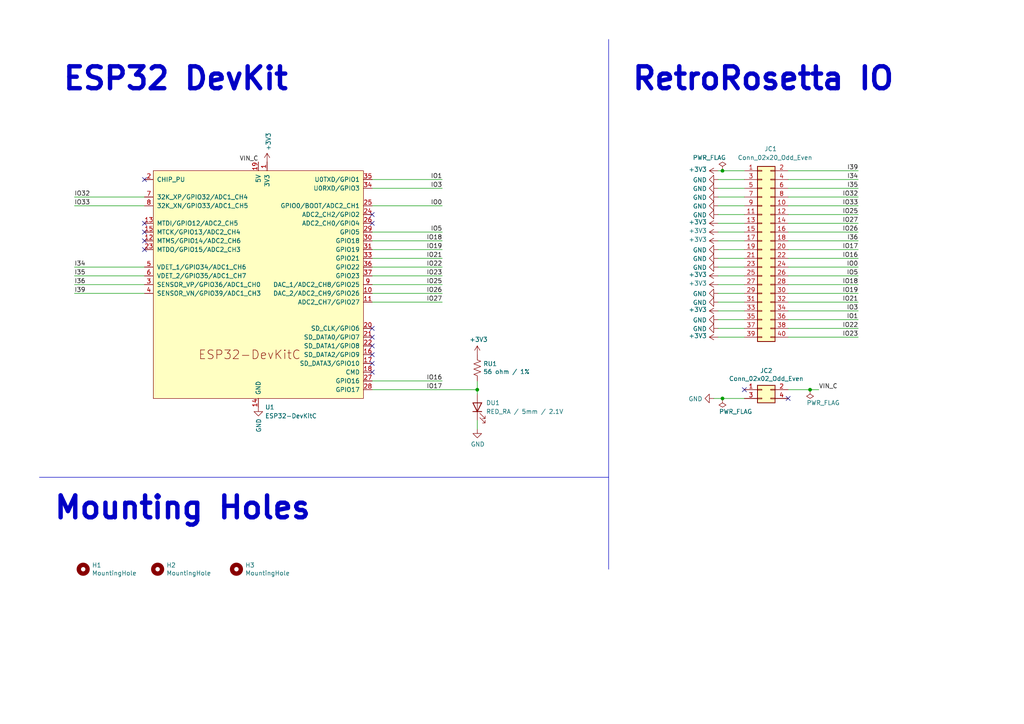
<source format=kicad_sch>
(kicad_sch (version 20230121) (generator eeschema)

  (uuid 5ad6b209-17f0-4a16-a774-dee4ee2e6d85)

  (paper "A4")

  (title_block
    (title "GT RetroRosetta")
    (date "2023-3-15")
    (rev "v2.0")
    (company "GrechTech")
    (comment 1 "For BlueRetro ESP32 Universal FW ©2020 Jacques Gagnon")
  )

  (lib_symbols
    (symbol "BlueRetro:+3V3" (power) (pin_names (offset 0)) (in_bom yes) (on_board yes)
      (property "Reference" "#PWR" (at 0 -3.81 0)
        (effects (font (size 1.27 1.27)) hide)
      )
      (property "Value" "+3V3" (at 0 3.556 0)
        (effects (font (size 1.27 1.27)))
      )
      (property "Footprint" "" (at 0 0 0)
        (effects (font (size 1.27 1.27)) hide)
      )
      (property "Datasheet" "" (at 0 0 0)
        (effects (font (size 1.27 1.27)) hide)
      )
      (property "ki_keywords" "power-flag" (at 0 0 0)
        (effects (font (size 1.27 1.27)) hide)
      )
      (property "ki_description" "Power symbol creates a global label with name \"+3V3\"" (at 0 0 0)
        (effects (font (size 1.27 1.27)) hide)
      )
      (symbol "+3V3_0_1"
        (polyline
          (pts
            (xy -0.762 1.27)
            (xy 0 2.54)
          )
          (stroke (width 0) (type default))
          (fill (type none))
        )
        (polyline
          (pts
            (xy 0 0)
            (xy 0 2.54)
          )
          (stroke (width 0) (type default))
          (fill (type none))
        )
        (polyline
          (pts
            (xy 0 2.54)
            (xy 0.762 1.27)
          )
          (stroke (width 0) (type default))
          (fill (type none))
        )
      )
      (symbol "+3V3_1_1"
        (pin power_in line (at 0 0 90) (length 0) hide
          (name "+3V3" (effects (font (size 1.27 1.27))))
          (number "1" (effects (font (size 1.27 1.27))))
        )
      )
    )
    (symbol "BlueRetro:GND" (power) (pin_names (offset 0)) (in_bom yes) (on_board yes)
      (property "Reference" "#PWR" (at 0 -6.35 0)
        (effects (font (size 1.27 1.27)) hide)
      )
      (property "Value" "GND" (at 0 -3.81 0)
        (effects (font (size 1.27 1.27)))
      )
      (property "Footprint" "" (at 0 0 0)
        (effects (font (size 1.27 1.27)) hide)
      )
      (property "Datasheet" "" (at 0 0 0)
        (effects (font (size 1.27 1.27)) hide)
      )
      (property "ki_keywords" "power-flag" (at 0 0 0)
        (effects (font (size 1.27 1.27)) hide)
      )
      (property "ki_description" "Power symbol creates a global label with name \"GND\" , ground" (at 0 0 0)
        (effects (font (size 1.27 1.27)) hide)
      )
      (symbol "GND_0_1"
        (polyline
          (pts
            (xy 0 0)
            (xy 0 -1.27)
            (xy 1.27 -1.27)
            (xy 0 -2.54)
            (xy -1.27 -1.27)
            (xy 0 -1.27)
          )
          (stroke (width 0) (type default))
          (fill (type none))
        )
      )
      (symbol "GND_1_1"
        (pin power_in line (at 0 0 270) (length 0) hide
          (name "GND" (effects (font (size 1.27 1.27))))
          (number "1" (effects (font (size 1.27 1.27))))
        )
      )
    )
    (symbol "BlueRetro:LED" (pin_numbers hide) (pin_names (offset 1.016) hide) (in_bom yes) (on_board yes)
      (property "Reference" "D" (at 0 2.54 0)
        (effects (font (size 1.27 1.27)))
      )
      (property "Value" "LED" (at 0 -2.54 0)
        (effects (font (size 1.27 1.27)))
      )
      (property "Footprint" "" (at 0 0 0)
        (effects (font (size 1.27 1.27)) hide)
      )
      (property "Datasheet" "~" (at 0 0 0)
        (effects (font (size 1.27 1.27)) hide)
      )
      (property "ki_keywords" "LED diode" (at 0 0 0)
        (effects (font (size 1.27 1.27)) hide)
      )
      (property "ki_description" "Light emitting diode" (at 0 0 0)
        (effects (font (size 1.27 1.27)) hide)
      )
      (property "ki_fp_filters" "LED* LED_SMD:* LED_THT:*" (at 0 0 0)
        (effects (font (size 1.27 1.27)) hide)
      )
      (symbol "LED_0_1"
        (polyline
          (pts
            (xy -1.27 -1.27)
            (xy -1.27 1.27)
          )
          (stroke (width 0.254) (type default))
          (fill (type none))
        )
        (polyline
          (pts
            (xy -1.27 0)
            (xy 1.27 0)
          )
          (stroke (width 0) (type default))
          (fill (type none))
        )
        (polyline
          (pts
            (xy 1.27 -1.27)
            (xy 1.27 1.27)
            (xy -1.27 0)
            (xy 1.27 -1.27)
          )
          (stroke (width 0.254) (type default))
          (fill (type none))
        )
        (polyline
          (pts
            (xy -3.048 -0.762)
            (xy -4.572 -2.286)
            (xy -3.81 -2.286)
            (xy -4.572 -2.286)
            (xy -4.572 -1.524)
          )
          (stroke (width 0) (type default))
          (fill (type none))
        )
        (polyline
          (pts
            (xy -1.778 -0.762)
            (xy -3.302 -2.286)
            (xy -2.54 -2.286)
            (xy -3.302 -2.286)
            (xy -3.302 -1.524)
          )
          (stroke (width 0) (type default))
          (fill (type none))
        )
      )
      (symbol "LED_1_1"
        (pin passive line (at -3.81 0 0) (length 2.54)
          (name "K" (effects (font (size 1.27 1.27))))
          (number "1" (effects (font (size 1.27 1.27))))
        )
        (pin passive line (at 3.81 0 180) (length 2.54)
          (name "A" (effects (font (size 1.27 1.27))))
          (number "2" (effects (font (size 1.27 1.27))))
        )
      )
    )
    (symbol "BlueRetro:MountingHole" (pin_names (offset 1.016)) (in_bom yes) (on_board yes)
      (property "Reference" "H" (at 0 5.08 0)
        (effects (font (size 1.27 1.27)))
      )
      (property "Value" "MountingHole" (at 0 3.175 0)
        (effects (font (size 1.27 1.27)))
      )
      (property "Footprint" "" (at 0 0 0)
        (effects (font (size 1.27 1.27)) hide)
      )
      (property "Datasheet" "~" (at 0 0 0)
        (effects (font (size 1.27 1.27)) hide)
      )
      (property "ki_keywords" "mounting hole" (at 0 0 0)
        (effects (font (size 1.27 1.27)) hide)
      )
      (property "ki_description" "Mounting Hole without connection" (at 0 0 0)
        (effects (font (size 1.27 1.27)) hide)
      )
      (property "ki_fp_filters" "MountingHole*" (at 0 0 0)
        (effects (font (size 1.27 1.27)) hide)
      )
      (symbol "MountingHole_0_1"
        (circle (center 0 0) (radius 1.27)
          (stroke (width 1.27) (type default))
          (fill (type none))
        )
      )
    )
    (symbol "BlueRetro:R_US" (pin_numbers hide) (pin_names (offset 0)) (in_bom yes) (on_board yes)
      (property "Reference" "R" (at 2.54 0 90)
        (effects (font (size 1.27 1.27)))
      )
      (property "Value" "R_US" (at -2.54 0 90)
        (effects (font (size 1.27 1.27)))
      )
      (property "Footprint" "" (at 1.016 -0.254 90)
        (effects (font (size 1.27 1.27)) hide)
      )
      (property "Datasheet" "~" (at 0 0 0)
        (effects (font (size 1.27 1.27)) hide)
      )
      (property "ki_keywords" "R res resistor" (at 0 0 0)
        (effects (font (size 1.27 1.27)) hide)
      )
      (property "ki_description" "Resistor, US symbol" (at 0 0 0)
        (effects (font (size 1.27 1.27)) hide)
      )
      (property "ki_fp_filters" "R_*" (at 0 0 0)
        (effects (font (size 1.27 1.27)) hide)
      )
      (symbol "R_US_0_1"
        (polyline
          (pts
            (xy 0 -2.286)
            (xy 0 -2.54)
          )
          (stroke (width 0) (type default))
          (fill (type none))
        )
        (polyline
          (pts
            (xy 0 2.286)
            (xy 0 2.54)
          )
          (stroke (width 0) (type default))
          (fill (type none))
        )
        (polyline
          (pts
            (xy 0 -0.762)
            (xy 1.016 -1.143)
            (xy 0 -1.524)
            (xy -1.016 -1.905)
            (xy 0 -2.286)
          )
          (stroke (width 0) (type default))
          (fill (type none))
        )
        (polyline
          (pts
            (xy 0 0.762)
            (xy 1.016 0.381)
            (xy 0 0)
            (xy -1.016 -0.381)
            (xy 0 -0.762)
          )
          (stroke (width 0) (type default))
          (fill (type none))
        )
        (polyline
          (pts
            (xy 0 2.286)
            (xy 1.016 1.905)
            (xy 0 1.524)
            (xy -1.016 1.143)
            (xy 0 0.762)
          )
          (stroke (width 0) (type default))
          (fill (type none))
        )
      )
      (symbol "R_US_1_1"
        (pin passive line (at 0 3.81 270) (length 1.27)
          (name "~" (effects (font (size 1.27 1.27))))
          (number "1" (effects (font (size 1.27 1.27))))
        )
        (pin passive line (at 0 -3.81 90) (length 1.27)
          (name "~" (effects (font (size 1.27 1.27))))
          (number "2" (effects (font (size 1.27 1.27))))
        )
      )
    )
    (symbol "Connector_Generic:Conn_02x02_Odd_Even" (pin_names (offset 1.016) hide) (in_bom yes) (on_board yes)
      (property "Reference" "J" (at 1.27 2.54 0)
        (effects (font (size 1.27 1.27)))
      )
      (property "Value" "Conn_02x02_Odd_Even" (at 1.27 -5.08 0)
        (effects (font (size 1.27 1.27)))
      )
      (property "Footprint" "" (at 0 0 0)
        (effects (font (size 1.27 1.27)) hide)
      )
      (property "Datasheet" "~" (at 0 0 0)
        (effects (font (size 1.27 1.27)) hide)
      )
      (property "ki_keywords" "connector" (at 0 0 0)
        (effects (font (size 1.27 1.27)) hide)
      )
      (property "ki_description" "Generic connector, double row, 02x02, odd/even pin numbering scheme (row 1 odd numbers, row 2 even numbers), script generated (kicad-library-utils/schlib/autogen/connector/)" (at 0 0 0)
        (effects (font (size 1.27 1.27)) hide)
      )
      (property "ki_fp_filters" "Connector*:*_2x??_*" (at 0 0 0)
        (effects (font (size 1.27 1.27)) hide)
      )
      (symbol "Conn_02x02_Odd_Even_1_1"
        (rectangle (start -1.27 -2.413) (end 0 -2.667)
          (stroke (width 0.1524) (type default))
          (fill (type none))
        )
        (rectangle (start -1.27 0.127) (end 0 -0.127)
          (stroke (width 0.1524) (type default))
          (fill (type none))
        )
        (rectangle (start -1.27 1.27) (end 3.81 -3.81)
          (stroke (width 0.254) (type default))
          (fill (type background))
        )
        (rectangle (start 3.81 -2.413) (end 2.54 -2.667)
          (stroke (width 0.1524) (type default))
          (fill (type none))
        )
        (rectangle (start 3.81 0.127) (end 2.54 -0.127)
          (stroke (width 0.1524) (type default))
          (fill (type none))
        )
        (pin passive line (at -5.08 0 0) (length 3.81)
          (name "Pin_1" (effects (font (size 1.27 1.27))))
          (number "1" (effects (font (size 1.27 1.27))))
        )
        (pin passive line (at 7.62 0 180) (length 3.81)
          (name "Pin_2" (effects (font (size 1.27 1.27))))
          (number "2" (effects (font (size 1.27 1.27))))
        )
        (pin passive line (at -5.08 -2.54 0) (length 3.81)
          (name "Pin_3" (effects (font (size 1.27 1.27))))
          (number "3" (effects (font (size 1.27 1.27))))
        )
        (pin passive line (at 7.62 -2.54 180) (length 3.81)
          (name "Pin_4" (effects (font (size 1.27 1.27))))
          (number "4" (effects (font (size 1.27 1.27))))
        )
      )
    )
    (symbol "Connector_Generic:Conn_02x20_Odd_Even" (pin_names (offset 1.016) hide) (in_bom yes) (on_board yes)
      (property "Reference" "J" (at 1.27 25.4 0)
        (effects (font (size 1.27 1.27)))
      )
      (property "Value" "Conn_02x20_Odd_Even" (at 1.27 -27.94 0)
        (effects (font (size 1.27 1.27)))
      )
      (property "Footprint" "" (at 0 0 0)
        (effects (font (size 1.27 1.27)) hide)
      )
      (property "Datasheet" "~" (at 0 0 0)
        (effects (font (size 1.27 1.27)) hide)
      )
      (property "ki_keywords" "connector" (at 0 0 0)
        (effects (font (size 1.27 1.27)) hide)
      )
      (property "ki_description" "Generic connector, double row, 02x20, odd/even pin numbering scheme (row 1 odd numbers, row 2 even numbers), script generated (kicad-library-utils/schlib/autogen/connector/)" (at 0 0 0)
        (effects (font (size 1.27 1.27)) hide)
      )
      (property "ki_fp_filters" "Connector*:*_2x??_*" (at 0 0 0)
        (effects (font (size 1.27 1.27)) hide)
      )
      (symbol "Conn_02x20_Odd_Even_1_1"
        (rectangle (start -1.27 -25.273) (end 0 -25.527)
          (stroke (width 0.1524) (type default))
          (fill (type none))
        )
        (rectangle (start -1.27 -22.733) (end 0 -22.987)
          (stroke (width 0.1524) (type default))
          (fill (type none))
        )
        (rectangle (start -1.27 -20.193) (end 0 -20.447)
          (stroke (width 0.1524) (type default))
          (fill (type none))
        )
        (rectangle (start -1.27 -17.653) (end 0 -17.907)
          (stroke (width 0.1524) (type default))
          (fill (type none))
        )
        (rectangle (start -1.27 -15.113) (end 0 -15.367)
          (stroke (width 0.1524) (type default))
          (fill (type none))
        )
        (rectangle (start -1.27 -12.573) (end 0 -12.827)
          (stroke (width 0.1524) (type default))
          (fill (type none))
        )
        (rectangle (start -1.27 -10.033) (end 0 -10.287)
          (stroke (width 0.1524) (type default))
          (fill (type none))
        )
        (rectangle (start -1.27 -7.493) (end 0 -7.747)
          (stroke (width 0.1524) (type default))
          (fill (type none))
        )
        (rectangle (start -1.27 -4.953) (end 0 -5.207)
          (stroke (width 0.1524) (type default))
          (fill (type none))
        )
        (rectangle (start -1.27 -2.413) (end 0 -2.667)
          (stroke (width 0.1524) (type default))
          (fill (type none))
        )
        (rectangle (start -1.27 0.127) (end 0 -0.127)
          (stroke (width 0.1524) (type default))
          (fill (type none))
        )
        (rectangle (start -1.27 2.667) (end 0 2.413)
          (stroke (width 0.1524) (type default))
          (fill (type none))
        )
        (rectangle (start -1.27 5.207) (end 0 4.953)
          (stroke (width 0.1524) (type default))
          (fill (type none))
        )
        (rectangle (start -1.27 7.747) (end 0 7.493)
          (stroke (width 0.1524) (type default))
          (fill (type none))
        )
        (rectangle (start -1.27 10.287) (end 0 10.033)
          (stroke (width 0.1524) (type default))
          (fill (type none))
        )
        (rectangle (start -1.27 12.827) (end 0 12.573)
          (stroke (width 0.1524) (type default))
          (fill (type none))
        )
        (rectangle (start -1.27 15.367) (end 0 15.113)
          (stroke (width 0.1524) (type default))
          (fill (type none))
        )
        (rectangle (start -1.27 17.907) (end 0 17.653)
          (stroke (width 0.1524) (type default))
          (fill (type none))
        )
        (rectangle (start -1.27 20.447) (end 0 20.193)
          (stroke (width 0.1524) (type default))
          (fill (type none))
        )
        (rectangle (start -1.27 22.987) (end 0 22.733)
          (stroke (width 0.1524) (type default))
          (fill (type none))
        )
        (rectangle (start -1.27 24.13) (end 3.81 -26.67)
          (stroke (width 0.254) (type default))
          (fill (type background))
        )
        (rectangle (start 3.81 -25.273) (end 2.54 -25.527)
          (stroke (width 0.1524) (type default))
          (fill (type none))
        )
        (rectangle (start 3.81 -22.733) (end 2.54 -22.987)
          (stroke (width 0.1524) (type default))
          (fill (type none))
        )
        (rectangle (start 3.81 -20.193) (end 2.54 -20.447)
          (stroke (width 0.1524) (type default))
          (fill (type none))
        )
        (rectangle (start 3.81 -17.653) (end 2.54 -17.907)
          (stroke (width 0.1524) (type default))
          (fill (type none))
        )
        (rectangle (start 3.81 -15.113) (end 2.54 -15.367)
          (stroke (width 0.1524) (type default))
          (fill (type none))
        )
        (rectangle (start 3.81 -12.573) (end 2.54 -12.827)
          (stroke (width 0.1524) (type default))
          (fill (type none))
        )
        (rectangle (start 3.81 -10.033) (end 2.54 -10.287)
          (stroke (width 0.1524) (type default))
          (fill (type none))
        )
        (rectangle (start 3.81 -7.493) (end 2.54 -7.747)
          (stroke (width 0.1524) (type default))
          (fill (type none))
        )
        (rectangle (start 3.81 -4.953) (end 2.54 -5.207)
          (stroke (width 0.1524) (type default))
          (fill (type none))
        )
        (rectangle (start 3.81 -2.413) (end 2.54 -2.667)
          (stroke (width 0.1524) (type default))
          (fill (type none))
        )
        (rectangle (start 3.81 0.127) (end 2.54 -0.127)
          (stroke (width 0.1524) (type default))
          (fill (type none))
        )
        (rectangle (start 3.81 2.667) (end 2.54 2.413)
          (stroke (width 0.1524) (type default))
          (fill (type none))
        )
        (rectangle (start 3.81 5.207) (end 2.54 4.953)
          (stroke (width 0.1524) (type default))
          (fill (type none))
        )
        (rectangle (start 3.81 7.747) (end 2.54 7.493)
          (stroke (width 0.1524) (type default))
          (fill (type none))
        )
        (rectangle (start 3.81 10.287) (end 2.54 10.033)
          (stroke (width 0.1524) (type default))
          (fill (type none))
        )
        (rectangle (start 3.81 12.827) (end 2.54 12.573)
          (stroke (width 0.1524) (type default))
          (fill (type none))
        )
        (rectangle (start 3.81 15.367) (end 2.54 15.113)
          (stroke (width 0.1524) (type default))
          (fill (type none))
        )
        (rectangle (start 3.81 17.907) (end 2.54 17.653)
          (stroke (width 0.1524) (type default))
          (fill (type none))
        )
        (rectangle (start 3.81 20.447) (end 2.54 20.193)
          (stroke (width 0.1524) (type default))
          (fill (type none))
        )
        (rectangle (start 3.81 22.987) (end 2.54 22.733)
          (stroke (width 0.1524) (type default))
          (fill (type none))
        )
        (pin passive line (at -5.08 22.86 0) (length 3.81)
          (name "Pin_1" (effects (font (size 1.27 1.27))))
          (number "1" (effects (font (size 1.27 1.27))))
        )
        (pin passive line (at 7.62 12.7 180) (length 3.81)
          (name "Pin_10" (effects (font (size 1.27 1.27))))
          (number "10" (effects (font (size 1.27 1.27))))
        )
        (pin passive line (at -5.08 10.16 0) (length 3.81)
          (name "Pin_11" (effects (font (size 1.27 1.27))))
          (number "11" (effects (font (size 1.27 1.27))))
        )
        (pin passive line (at 7.62 10.16 180) (length 3.81)
          (name "Pin_12" (effects (font (size 1.27 1.27))))
          (number "12" (effects (font (size 1.27 1.27))))
        )
        (pin passive line (at -5.08 7.62 0) (length 3.81)
          (name "Pin_13" (effects (font (size 1.27 1.27))))
          (number "13" (effects (font (size 1.27 1.27))))
        )
        (pin passive line (at 7.62 7.62 180) (length 3.81)
          (name "Pin_14" (effects (font (size 1.27 1.27))))
          (number "14" (effects (font (size 1.27 1.27))))
        )
        (pin passive line (at -5.08 5.08 0) (length 3.81)
          (name "Pin_15" (effects (font (size 1.27 1.27))))
          (number "15" (effects (font (size 1.27 1.27))))
        )
        (pin passive line (at 7.62 5.08 180) (length 3.81)
          (name "Pin_16" (effects (font (size 1.27 1.27))))
          (number "16" (effects (font (size 1.27 1.27))))
        )
        (pin passive line (at -5.08 2.54 0) (length 3.81)
          (name "Pin_17" (effects (font (size 1.27 1.27))))
          (number "17" (effects (font (size 1.27 1.27))))
        )
        (pin passive line (at 7.62 2.54 180) (length 3.81)
          (name "Pin_18" (effects (font (size 1.27 1.27))))
          (number "18" (effects (font (size 1.27 1.27))))
        )
        (pin passive line (at -5.08 0 0) (length 3.81)
          (name "Pin_19" (effects (font (size 1.27 1.27))))
          (number "19" (effects (font (size 1.27 1.27))))
        )
        (pin passive line (at 7.62 22.86 180) (length 3.81)
          (name "Pin_2" (effects (font (size 1.27 1.27))))
          (number "2" (effects (font (size 1.27 1.27))))
        )
        (pin passive line (at 7.62 0 180) (length 3.81)
          (name "Pin_20" (effects (font (size 1.27 1.27))))
          (number "20" (effects (font (size 1.27 1.27))))
        )
        (pin passive line (at -5.08 -2.54 0) (length 3.81)
          (name "Pin_21" (effects (font (size 1.27 1.27))))
          (number "21" (effects (font (size 1.27 1.27))))
        )
        (pin passive line (at 7.62 -2.54 180) (length 3.81)
          (name "Pin_22" (effects (font (size 1.27 1.27))))
          (number "22" (effects (font (size 1.27 1.27))))
        )
        (pin passive line (at -5.08 -5.08 0) (length 3.81)
          (name "Pin_23" (effects (font (size 1.27 1.27))))
          (number "23" (effects (font (size 1.27 1.27))))
        )
        (pin passive line (at 7.62 -5.08 180) (length 3.81)
          (name "Pin_24" (effects (font (size 1.27 1.27))))
          (number "24" (effects (font (size 1.27 1.27))))
        )
        (pin passive line (at -5.08 -7.62 0) (length 3.81)
          (name "Pin_25" (effects (font (size 1.27 1.27))))
          (number "25" (effects (font (size 1.27 1.27))))
        )
        (pin passive line (at 7.62 -7.62 180) (length 3.81)
          (name "Pin_26" (effects (font (size 1.27 1.27))))
          (number "26" (effects (font (size 1.27 1.27))))
        )
        (pin passive line (at -5.08 -10.16 0) (length 3.81)
          (name "Pin_27" (effects (font (size 1.27 1.27))))
          (number "27" (effects (font (size 1.27 1.27))))
        )
        (pin passive line (at 7.62 -10.16 180) (length 3.81)
          (name "Pin_28" (effects (font (size 1.27 1.27))))
          (number "28" (effects (font (size 1.27 1.27))))
        )
        (pin passive line (at -5.08 -12.7 0) (length 3.81)
          (name "Pin_29" (effects (font (size 1.27 1.27))))
          (number "29" (effects (font (size 1.27 1.27))))
        )
        (pin passive line (at -5.08 20.32 0) (length 3.81)
          (name "Pin_3" (effects (font (size 1.27 1.27))))
          (number "3" (effects (font (size 1.27 1.27))))
        )
        (pin passive line (at 7.62 -12.7 180) (length 3.81)
          (name "Pin_30" (effects (font (size 1.27 1.27))))
          (number "30" (effects (font (size 1.27 1.27))))
        )
        (pin passive line (at -5.08 -15.24 0) (length 3.81)
          (name "Pin_31" (effects (font (size 1.27 1.27))))
          (number "31" (effects (font (size 1.27 1.27))))
        )
        (pin passive line (at 7.62 -15.24 180) (length 3.81)
          (name "Pin_32" (effects (font (size 1.27 1.27))))
          (number "32" (effects (font (size 1.27 1.27))))
        )
        (pin passive line (at -5.08 -17.78 0) (length 3.81)
          (name "Pin_33" (effects (font (size 1.27 1.27))))
          (number "33" (effects (font (size 1.27 1.27))))
        )
        (pin passive line (at 7.62 -17.78 180) (length 3.81)
          (name "Pin_34" (effects (font (size 1.27 1.27))))
          (number "34" (effects (font (size 1.27 1.27))))
        )
        (pin passive line (at -5.08 -20.32 0) (length 3.81)
          (name "Pin_35" (effects (font (size 1.27 1.27))))
          (number "35" (effects (font (size 1.27 1.27))))
        )
        (pin passive line (at 7.62 -20.32 180) (length 3.81)
          (name "Pin_36" (effects (font (size 1.27 1.27))))
          (number "36" (effects (font (size 1.27 1.27))))
        )
        (pin passive line (at -5.08 -22.86 0) (length 3.81)
          (name "Pin_37" (effects (font (size 1.27 1.27))))
          (number "37" (effects (font (size 1.27 1.27))))
        )
        (pin passive line (at 7.62 -22.86 180) (length 3.81)
          (name "Pin_38" (effects (font (size 1.27 1.27))))
          (number "38" (effects (font (size 1.27 1.27))))
        )
        (pin passive line (at -5.08 -25.4 0) (length 3.81)
          (name "Pin_39" (effects (font (size 1.27 1.27))))
          (number "39" (effects (font (size 1.27 1.27))))
        )
        (pin passive line (at 7.62 20.32 180) (length 3.81)
          (name "Pin_4" (effects (font (size 1.27 1.27))))
          (number "4" (effects (font (size 1.27 1.27))))
        )
        (pin passive line (at 7.62 -25.4 180) (length 3.81)
          (name "Pin_40" (effects (font (size 1.27 1.27))))
          (number "40" (effects (font (size 1.27 1.27))))
        )
        (pin passive line (at -5.08 17.78 0) (length 3.81)
          (name "Pin_5" (effects (font (size 1.27 1.27))))
          (number "5" (effects (font (size 1.27 1.27))))
        )
        (pin passive line (at 7.62 17.78 180) (length 3.81)
          (name "Pin_6" (effects (font (size 1.27 1.27))))
          (number "6" (effects (font (size 1.27 1.27))))
        )
        (pin passive line (at -5.08 15.24 0) (length 3.81)
          (name "Pin_7" (effects (font (size 1.27 1.27))))
          (number "7" (effects (font (size 1.27 1.27))))
        )
        (pin passive line (at 7.62 15.24 180) (length 3.81)
          (name "Pin_8" (effects (font (size 1.27 1.27))))
          (number "8" (effects (font (size 1.27 1.27))))
        )
        (pin passive line (at -5.08 12.7 0) (length 3.81)
          (name "Pin_9" (effects (font (size 1.27 1.27))))
          (number "9" (effects (font (size 1.27 1.27))))
        )
      )
    )
    (symbol "Espressif:ESP32-DevKitC" (pin_names (offset 1.016)) (in_bom yes) (on_board yes)
      (property "Reference" "U" (at -30.48 38.1 0)
        (effects (font (size 1.27 1.27)) (justify left))
      )
      (property "Value" "ESP32-DevKitC" (at -30.48 35.56 0)
        (effects (font (size 1.27 1.27)) (justify left))
      )
      (property "Footprint" "Espressif:ESP32-DevKitC" (at 0 -43.18 0)
        (effects (font (size 1.27 1.27)) hide)
      )
      (property "Datasheet" "https://docs.espressif.com/projects/esp-idf/zh_CN/latest/esp32/hw-reference/esp32/get-started-devkitc.html" (at 0 -45.72 0)
        (effects (font (size 1.27 1.27)) hide)
      )
      (property "ki_keywords" "ESP32" (at 0 0 0)
        (effects (font (size 1.27 1.27)) hide)
      )
      (property "ki_description" "Development Kit" (at 0 0 0)
        (effects (font (size 1.27 1.27)) hide)
      )
      (symbol "ESP32-DevKitC_0_0"
        (text "ESP32-DevKitC" (at -2.54 -20.32 0)
          (effects (font (size 2.54 2.54)))
        )
        (pin power_in line (at 0 -35.56 90) (length 2.54)
          (name "GND" (effects (font (size 1.27 1.27))))
          (number "14" (effects (font (size 1.27 1.27))))
        )
        (pin power_in line (at 0 35.56 270) (length 2.54)
          (name "5V" (effects (font (size 1.27 1.27))))
          (number "19" (effects (font (size 1.27 1.27))))
        )
      )
      (symbol "ESP32-DevKitC_0_1"
        (rectangle (start -30.48 33.02) (end 30.48 -33.02)
          (stroke (width 0) (type default))
          (fill (type background))
        )
      )
      (symbol "ESP32-DevKitC_1_1"
        (pin power_in line (at 2.54 35.56 270) (length 2.54)
          (name "3V3" (effects (font (size 1.27 1.27))))
          (number "1" (effects (font (size 1.27 1.27))))
        )
        (pin bidirectional line (at 33.02 -2.54 180) (length 2.54)
          (name "DAC_2/ADC2_CH9/GPIO26" (effects (font (size 1.27 1.27))))
          (number "10" (effects (font (size 1.27 1.27))))
        )
        (pin bidirectional line (at 33.02 -5.08 180) (length 2.54)
          (name "ADC2_CH7/GPIO27" (effects (font (size 1.27 1.27))))
          (number "11" (effects (font (size 1.27 1.27))))
        )
        (pin bidirectional line (at -33.02 12.7 0) (length 2.54)
          (name "MTMS/GPIO14/ADC2_CH6" (effects (font (size 1.27 1.27))))
          (number "12" (effects (font (size 1.27 1.27))))
        )
        (pin bidirectional line (at -33.02 17.78 0) (length 2.54)
          (name "MTDI/GPIO12/ADC2_CH5" (effects (font (size 1.27 1.27))))
          (number "13" (effects (font (size 1.27 1.27))))
        )
        (pin bidirectional line (at -33.02 15.24 0) (length 2.54)
          (name "MTCK/GPIO13/ADC2_CH4" (effects (font (size 1.27 1.27))))
          (number "15" (effects (font (size 1.27 1.27))))
        )
        (pin bidirectional line (at 33.02 -20.32 180) (length 2.54)
          (name "SD_DATA2/GPIO9" (effects (font (size 1.27 1.27))))
          (number "16" (effects (font (size 1.27 1.27))))
        )
        (pin bidirectional line (at 33.02 -22.86 180) (length 2.54)
          (name "SD_DATA3/GPIO10" (effects (font (size 1.27 1.27))))
          (number "17" (effects (font (size 1.27 1.27))))
        )
        (pin bidirectional line (at 33.02 -25.4 180) (length 2.54)
          (name "CMD" (effects (font (size 1.27 1.27))))
          (number "18" (effects (font (size 1.27 1.27))))
        )
        (pin input line (at -33.02 30.48 0) (length 2.54)
          (name "CHIP_PU" (effects (font (size 1.27 1.27))))
          (number "2" (effects (font (size 1.27 1.27))))
        )
        (pin bidirectional line (at 33.02 -12.7 180) (length 2.54)
          (name "SD_CLK/GPIO6" (effects (font (size 1.27 1.27))))
          (number "20" (effects (font (size 1.27 1.27))))
        )
        (pin bidirectional line (at 33.02 -15.24 180) (length 2.54)
          (name "SD_DATA0/GPIO7" (effects (font (size 1.27 1.27))))
          (number "21" (effects (font (size 1.27 1.27))))
        )
        (pin bidirectional line (at 33.02 -17.78 180) (length 2.54)
          (name "SD_DATA1/GPIO8" (effects (font (size 1.27 1.27))))
          (number "22" (effects (font (size 1.27 1.27))))
        )
        (pin bidirectional line (at -33.02 10.16 0) (length 2.54)
          (name "MTDO/GPIO15/ADC2_CH3" (effects (font (size 1.27 1.27))))
          (number "23" (effects (font (size 1.27 1.27))))
        )
        (pin bidirectional line (at 33.02 20.32 180) (length 2.54)
          (name "ADC2_CH2/GPIO2" (effects (font (size 1.27 1.27))))
          (number "24" (effects (font (size 1.27 1.27))))
        )
        (pin bidirectional line (at 33.02 22.86 180) (length 2.54)
          (name "GPIO0/BOOT/ADC2_CH1" (effects (font (size 1.27 1.27))))
          (number "25" (effects (font (size 1.27 1.27))))
        )
        (pin bidirectional line (at 33.02 17.78 180) (length 2.54)
          (name "ADC2_CH0/GPIO4" (effects (font (size 1.27 1.27))))
          (number "26" (effects (font (size 1.27 1.27))))
        )
        (pin bidirectional line (at 33.02 -27.94 180) (length 2.54)
          (name "GPIO16" (effects (font (size 1.27 1.27))))
          (number "27" (effects (font (size 1.27 1.27))))
        )
        (pin bidirectional line (at 33.02 -30.48 180) (length 2.54)
          (name "GPIO17" (effects (font (size 1.27 1.27))))
          (number "28" (effects (font (size 1.27 1.27))))
        )
        (pin bidirectional line (at 33.02 15.24 180) (length 2.54)
          (name "GPIO5" (effects (font (size 1.27 1.27))))
          (number "29" (effects (font (size 1.27 1.27))))
        )
        (pin input line (at -33.02 0 0) (length 2.54)
          (name "SENSOR_VP/GPIO36/ADC1_CH0" (effects (font (size 1.27 1.27))))
          (number "3" (effects (font (size 1.27 1.27))))
        )
        (pin bidirectional line (at 33.02 12.7 180) (length 2.54)
          (name "GPIO18" (effects (font (size 1.27 1.27))))
          (number "30" (effects (font (size 1.27 1.27))))
        )
        (pin bidirectional line (at 33.02 10.16 180) (length 2.54)
          (name "GPIO19" (effects (font (size 1.27 1.27))))
          (number "31" (effects (font (size 1.27 1.27))))
        )
        (pin passive line (at 0 -35.56 90) (length 2.54) hide
          (name "GND" (effects (font (size 1.27 1.27))))
          (number "32" (effects (font (size 1.27 1.27))))
        )
        (pin bidirectional line (at 33.02 7.62 180) (length 2.54)
          (name "GPIO21" (effects (font (size 1.27 1.27))))
          (number "33" (effects (font (size 1.27 1.27))))
        )
        (pin bidirectional line (at 33.02 27.94 180) (length 2.54)
          (name "U0RXD/GPIO3" (effects (font (size 1.27 1.27))))
          (number "34" (effects (font (size 1.27 1.27))))
        )
        (pin bidirectional line (at 33.02 30.48 180) (length 2.54)
          (name "U0TXD/GPIO1" (effects (font (size 1.27 1.27))))
          (number "35" (effects (font (size 1.27 1.27))))
        )
        (pin bidirectional line (at 33.02 5.08 180) (length 2.54)
          (name "GPIO22" (effects (font (size 1.27 1.27))))
          (number "36" (effects (font (size 1.27 1.27))))
        )
        (pin bidirectional line (at 33.02 2.54 180) (length 2.54)
          (name "GPIO23" (effects (font (size 1.27 1.27))))
          (number "37" (effects (font (size 1.27 1.27))))
        )
        (pin passive line (at 0 -35.56 90) (length 2.54) hide
          (name "GND" (effects (font (size 1.27 1.27))))
          (number "38" (effects (font (size 1.27 1.27))))
        )
        (pin input line (at -33.02 -2.54 0) (length 2.54)
          (name "SENSOR_VN/GPIO39/ADC1_CH3" (effects (font (size 1.27 1.27))))
          (number "4" (effects (font (size 1.27 1.27))))
        )
        (pin input line (at -33.02 5.08 0) (length 2.54)
          (name "VDET_1/GPIO34/ADC1_CH6" (effects (font (size 1.27 1.27))))
          (number "5" (effects (font (size 1.27 1.27))))
        )
        (pin input line (at -33.02 2.54 0) (length 2.54)
          (name "VDET_2/GPIO35/ADC1_CH7" (effects (font (size 1.27 1.27))))
          (number "6" (effects (font (size 1.27 1.27))))
        )
        (pin bidirectional line (at -33.02 25.4 0) (length 2.54)
          (name "32K_XP/GPIO32/ADC1_CH4" (effects (font (size 1.27 1.27))))
          (number "7" (effects (font (size 1.27 1.27))))
        )
        (pin bidirectional line (at -33.02 22.86 0) (length 2.54)
          (name "32K_XN/GPIO33/ADC1_CH5" (effects (font (size 1.27 1.27))))
          (number "8" (effects (font (size 1.27 1.27))))
        )
        (pin bidirectional line (at 33.02 0 180) (length 2.54)
          (name "DAC_1/ADC2_CH8/GPIO25" (effects (font (size 1.27 1.27))))
          (number "9" (effects (font (size 1.27 1.27))))
        )
      )
    )
    (symbol "power:PWR_FLAG" (power) (pin_numbers hide) (pin_names (offset 0) hide) (in_bom yes) (on_board yes)
      (property "Reference" "#FLG" (at 0 1.905 0)
        (effects (font (size 1.27 1.27)) hide)
      )
      (property "Value" "PWR_FLAG" (at 0 3.81 0)
        (effects (font (size 1.27 1.27)))
      )
      (property "Footprint" "" (at 0 0 0)
        (effects (font (size 1.27 1.27)) hide)
      )
      (property "Datasheet" "~" (at 0 0 0)
        (effects (font (size 1.27 1.27)) hide)
      )
      (property "ki_keywords" "power-flag" (at 0 0 0)
        (effects (font (size 1.27 1.27)) hide)
      )
      (property "ki_description" "Special symbol for telling ERC where power comes from" (at 0 0 0)
        (effects (font (size 1.27 1.27)) hide)
      )
      (symbol "PWR_FLAG_0_0"
        (pin power_out line (at 0 0 90) (length 0)
          (name "pwr" (effects (font (size 1.27 1.27))))
          (number "1" (effects (font (size 1.27 1.27))))
        )
      )
      (symbol "PWR_FLAG_0_1"
        (polyline
          (pts
            (xy 0 0)
            (xy 0 1.27)
            (xy -1.016 1.905)
            (xy 0 2.54)
            (xy 1.016 1.905)
            (xy 0 1.27)
          )
          (stroke (width 0) (type default))
          (fill (type none))
        )
      )
    )
  )

  (junction (at 234.95 113.03) (diameter 0) (color 0 0 0 0)
    (uuid b8574928-e3a8-4ab0-a078-e0e1a3f36f2a)
  )
  (junction (at 209.55 115.57) (diameter 0) (color 0 0 0 0)
    (uuid cea27ae7-473e-4975-8857-72c16d7ce030)
  )
  (junction (at 138.43 113.03) (diameter 0) (color 0 0 0 0)
    (uuid e0d7a304-14cf-47ae-8c44-98d614350b06)
  )
  (junction (at 209.55 49.53) (diameter 0) (color 0 0 0 0)
    (uuid fd3a80e2-c84f-417f-ac00-04c2cd448a0d)
  )

  (no_connect (at 107.95 64.77) (uuid 0007b55a-9504-4d54-9f8a-b26048d55b45))
  (no_connect (at 41.91 64.77) (uuid 3349c438-2385-48b1-a64c-f146fed072fe))
  (no_connect (at 215.9 113.03) (uuid 3a4b1702-2a70-4675-983a-5e5cbe402581))
  (no_connect (at 228.6 115.57) (uuid 3baeb729-1a57-480c-bfa2-93009fc482a6))
  (no_connect (at 41.91 67.31) (uuid 5ee4f0e6-04e4-4b42-b16b-c8e0e8a1be10))
  (no_connect (at 107.95 105.41) (uuid 7dab2f82-1c2d-49f1-9530-bb3a366da0d4))
  (no_connect (at 107.95 102.87) (uuid 7de969cd-4a5d-4a02-9c50-6c0959e24c6d))
  (no_connect (at 41.91 69.85) (uuid 813d6520-c106-4d8b-8561-db88bd7eff0a))
  (no_connect (at 107.95 100.33) (uuid 84e0096e-a7c8-4bb5-8051-eba0d08b598c))
  (no_connect (at 41.91 72.39) (uuid 8f49b1bd-aef8-4577-ad51-61dd9a56d621))
  (no_connect (at 41.91 52.07) (uuid 96040cf8-c29d-447c-b170-49299f1e6ff4))
  (no_connect (at 107.95 97.79) (uuid a2e80937-7a95-4b17-8953-b934178f21d6))
  (no_connect (at 107.95 62.23) (uuid bb2d934c-f790-4842-b88f-a2c1084d7811))
  (no_connect (at 107.95 95.25) (uuid c51c2a51-29bc-425e-b11a-04922f5e222e))
  (no_connect (at 107.95 107.95) (uuid cc0fd000-7534-4cfb-a5ed-1c53fd40b16d))

  (wire (pts (xy 41.91 59.69) (xy 21.59 59.69))
    (stroke (width 0) (type default))
    (uuid 082d9de7-a161-40a3-b40c-fafb201b89a5)
  )
  (wire (pts (xy 41.91 82.55) (xy 21.59 82.55))
    (stroke (width 0) (type default))
    (uuid 08a2683e-1fdd-44dd-9e39-9bffb06b8f39)
  )
  (wire (pts (xy 228.6 57.15) (xy 248.92 57.15))
    (stroke (width 0) (type default))
    (uuid 097abb7c-d1e1-4453-a2fd-0cec356b8c77)
  )
  (wire (pts (xy 228.6 77.47) (xy 248.92 77.47))
    (stroke (width 0) (type default))
    (uuid 0b8f09cf-2a76-4448-87a0-d909dcf79700)
  )
  (wire (pts (xy 215.9 52.07) (xy 208.28 52.07))
    (stroke (width 0) (type default))
    (uuid 1382a4d4-146b-43f8-a229-a86a3a04f414)
  )
  (wire (pts (xy 215.9 59.69) (xy 208.28 59.69))
    (stroke (width 0) (type default))
    (uuid 139a2440-5706-47d8-844a-ae1c6413ad8e)
  )
  (wire (pts (xy 107.95 74.93) (xy 128.27 74.93))
    (stroke (width 0) (type default))
    (uuid 13eafe91-913a-46d5-b06c-e4dc3841b9ce)
  )
  (wire (pts (xy 107.95 52.07) (xy 128.27 52.07))
    (stroke (width 0) (type default))
    (uuid 14a99001-f0bd-4ad4-b74e-d9f19228c037)
  )
  (wire (pts (xy 107.95 67.31) (xy 128.27 67.31))
    (stroke (width 0) (type default))
    (uuid 175a364c-f0cc-415f-9028-a1c1cd553ea9)
  )
  (wire (pts (xy 107.95 77.47) (xy 128.27 77.47))
    (stroke (width 0) (type default))
    (uuid 1a789f68-b1c0-4b5d-8db9-97fe90162bb9)
  )
  (wire (pts (xy 228.6 59.69) (xy 248.92 59.69))
    (stroke (width 0) (type default))
    (uuid 24f180f4-7ebc-4ef6-b108-fc20e484813b)
  )
  (wire (pts (xy 208.28 77.47) (xy 215.9 77.47))
    (stroke (width 0) (type default))
    (uuid 259d1593-b775-4796-9096-f46cd06463fc)
  )
  (polyline (pts (xy 176.53 11.43) (xy 176.53 165.1))
    (stroke (width 0) (type default))
    (uuid 27b297b7-eae0-466b-87ab-a27df46ace1e)
  )

  (wire (pts (xy 107.95 80.01) (xy 128.27 80.01))
    (stroke (width 0) (type default))
    (uuid 27ea5e5d-c402-4439-9ea5-2f99dc3ea80d)
  )
  (wire (pts (xy 228.6 67.31) (xy 248.92 67.31))
    (stroke (width 0) (type default))
    (uuid 2f3ac593-ad74-4b2a-9fed-107486d3c5d1)
  )
  (wire (pts (xy 208.28 74.93) (xy 215.9 74.93))
    (stroke (width 0) (type default))
    (uuid 3915e05a-6a60-4ca2-a615-9f381975a54d)
  )
  (wire (pts (xy 107.95 87.63) (xy 128.27 87.63))
    (stroke (width 0) (type default))
    (uuid 3a8a57d7-9b33-49e5-a4be-51cfa6ea0464)
  )
  (wire (pts (xy 228.6 54.61) (xy 248.92 54.61))
    (stroke (width 0) (type default))
    (uuid 3efb3405-b862-4916-b15e-771207ca189d)
  )
  (wire (pts (xy 208.28 72.39) (xy 215.9 72.39))
    (stroke (width 0) (type default))
    (uuid 4a7c02e5-41ca-42b2-b9ee-d0e015274ad2)
  )
  (wire (pts (xy 228.6 85.09) (xy 248.92 85.09))
    (stroke (width 0) (type default))
    (uuid 5469ae0e-c248-4b62-af7a-fa9a8d003884)
  )
  (wire (pts (xy 228.6 62.23) (xy 248.92 62.23))
    (stroke (width 0) (type default))
    (uuid 5586f77d-6b3c-41c8-868a-954b156e3715)
  )
  (wire (pts (xy 107.95 59.69) (xy 128.27 59.69))
    (stroke (width 0) (type default))
    (uuid 5f9e605c-d29f-4c5a-8ab4-f4522f586c3f)
  )
  (wire (pts (xy 228.6 97.79) (xy 248.92 97.79))
    (stroke (width 0) (type default))
    (uuid 65d12729-2801-4f59-a53f-bc559710067a)
  )
  (wire (pts (xy 208.28 82.55) (xy 215.9 82.55))
    (stroke (width 0) (type default))
    (uuid 696a95c8-f4e8-4713-82d7-0bbedad75d6f)
  )
  (wire (pts (xy 107.95 69.85) (xy 128.27 69.85))
    (stroke (width 0) (type default))
    (uuid 6df1bfd6-7910-4461-a879-c080f3de1bc3)
  )
  (wire (pts (xy 107.95 72.39) (xy 128.27 72.39))
    (stroke (width 0) (type default))
    (uuid 6ff036a2-e4c3-468f-a548-6a1a7d4839c9)
  )
  (wire (pts (xy 208.28 57.15) (xy 215.9 57.15))
    (stroke (width 0) (type default))
    (uuid 79861b50-d8f7-44ea-8e8b-7fc5acc0bde7)
  )
  (wire (pts (xy 208.28 80.01) (xy 215.9 80.01))
    (stroke (width 0) (type default))
    (uuid 7c955fce-f812-4a81-9f8e-79e9e281e069)
  )
  (wire (pts (xy 208.28 64.77) (xy 215.9 64.77))
    (stroke (width 0) (type default))
    (uuid 7f18c515-3414-4f25-8c23-b952773fbc42)
  )
  (wire (pts (xy 215.9 90.17) (xy 208.28 90.17))
    (stroke (width 0) (type default))
    (uuid 80425cf4-9070-407f-bccd-730aac491e09)
  )
  (wire (pts (xy 228.6 113.03) (xy 234.95 113.03))
    (stroke (width 0) (type default))
    (uuid 805de9dd-2827-446c-86b6-e5933cc07d1a)
  )
  (wire (pts (xy 107.95 110.49) (xy 128.27 110.49))
    (stroke (width 0) (type default))
    (uuid 81cb09f2-c238-4eec-a01c-5355ccfa0563)
  )
  (bus (pts (xy -250.19 -156.21) (xy -248.92 -156.21))
    (stroke (width 0) (type default))
    (uuid 83c5040b-2ec4-4ed1-a5a1-a49c9a0d88f3)
  )

  (wire (pts (xy 107.95 54.61) (xy 128.27 54.61))
    (stroke (width 0) (type default))
    (uuid 863e1e84-cdb4-4cf3-be59-a3eb3b736a02)
  )
  (wire (pts (xy 215.9 95.25) (xy 208.28 95.25))
    (stroke (width 0) (type default))
    (uuid 872a19d5-9763-41b3-97dd-30708adf9e67)
  )
  (wire (pts (xy 41.91 57.15) (xy 21.59 57.15))
    (stroke (width 0) (type default))
    (uuid 88f77a5c-3477-4e38-8621-e5fdbaa09606)
  )
  (wire (pts (xy 215.9 115.57) (xy 209.55 115.57))
    (stroke (width 0) (type default))
    (uuid 8cc0eccb-af87-4e6d-9f38-3679346e06d1)
  )
  (wire (pts (xy 209.55 49.53) (xy 215.9 49.53))
    (stroke (width 0) (type default))
    (uuid 8eff91df-503c-4963-a408-089700447caa)
  )
  (wire (pts (xy 138.43 113.03) (xy 138.43 110.49))
    (stroke (width 0) (type default))
    (uuid 90f4ff14-865d-44f7-a00a-9a6e65b9e4ee)
  )
  (wire (pts (xy 215.9 69.85) (xy 208.28 69.85))
    (stroke (width 0) (type default))
    (uuid 955b3fdd-e826-4d64-8943-24db1706be6d)
  )
  (wire (pts (xy 208.28 87.63) (xy 215.9 87.63))
    (stroke (width 0) (type default))
    (uuid 964d4517-8eaa-4d4e-a228-6bbd1b088f15)
  )
  (wire (pts (xy 41.91 80.01) (xy 21.59 80.01))
    (stroke (width 0) (type default))
    (uuid 988a43b3-77aa-44b5-af7b-ea4d2d524d4c)
  )
  (wire (pts (xy 208.28 92.71) (xy 215.9 92.71))
    (stroke (width 0) (type default))
    (uuid 9946aff8-309f-4a8b-8a11-deb460d638c3)
  )
  (wire (pts (xy 209.55 115.57) (xy 207.01 115.57))
    (stroke (width 0) (type default))
    (uuid 9ac508b4-cb9d-45d6-ade2-fd86c0596ebf)
  )
  (wire (pts (xy 138.43 114.3) (xy 138.43 113.03))
    (stroke (width 0) (type default))
    (uuid 9ea65c4e-9e84-44b9-bde4-da76b2acd3f7)
  )
  (wire (pts (xy 228.6 72.39) (xy 248.92 72.39))
    (stroke (width 0) (type default))
    (uuid a0777594-d37e-4786-b8e0-c3b9beb2d2a1)
  )
  (wire (pts (xy 228.6 95.25) (xy 248.92 95.25))
    (stroke (width 0) (type default))
    (uuid a11feab9-8067-42c7-8297-33afc7260a78)
  )
  (wire (pts (xy 107.95 82.55) (xy 128.27 82.55))
    (stroke (width 0) (type default))
    (uuid a4eea948-c1ae-4358-a660-ab54c442406b)
  )
  (wire (pts (xy 138.43 124.46) (xy 138.43 121.92))
    (stroke (width 0) (type default))
    (uuid a7ffc74e-44ce-4dc9-9dbb-8209e306130b)
  )
  (wire (pts (xy 208.28 97.79) (xy 215.9 97.79))
    (stroke (width 0) (type default))
    (uuid aadee33c-d5ed-4ac7-9186-9879359964a8)
  )
  (wire (pts (xy 41.91 85.09) (xy 21.59 85.09))
    (stroke (width 0) (type default))
    (uuid b20839c7-9931-4024-b8c9-59af271a4b5c)
  )
  (wire (pts (xy 228.6 64.77) (xy 248.92 64.77))
    (stroke (width 0) (type default))
    (uuid b3507e7a-4af3-4894-99e9-67088a84c3ce)
  )
  (wire (pts (xy 228.6 69.85) (xy 248.92 69.85))
    (stroke (width 0) (type default))
    (uuid b8cc9b6b-3426-4ce6-8577-8aa5917f5872)
  )
  (wire (pts (xy 107.95 113.03) (xy 138.43 113.03))
    (stroke (width 0) (type default))
    (uuid b90cd483-823f-495f-8fe7-d8726f2764f5)
  )
  (wire (pts (xy 208.28 85.09) (xy 215.9 85.09))
    (stroke (width 0) (type default))
    (uuid bc9eb9f8-fbab-4f82-b081-ca12a4586640)
  )
  (wire (pts (xy 208.28 67.31) (xy 215.9 67.31))
    (stroke (width 0) (type default))
    (uuid bcdaf436-901a-4e66-b592-c97f2f482149)
  )
  (wire (pts (xy 228.6 90.17) (xy 248.92 90.17))
    (stroke (width 0) (type default))
    (uuid be238c2c-ddfa-4020-9e58-2aa5aec538d1)
  )
  (wire (pts (xy 208.28 49.53) (xy 209.55 49.53))
    (stroke (width 0) (type default))
    (uuid c4e7935b-a55b-48a0-a53a-7a93b9d753e9)
  )
  (wire (pts (xy 208.28 62.23) (xy 215.9 62.23))
    (stroke (width 0) (type default))
    (uuid cad7004d-5f62-464a-94b8-2e9c4e7a6aa3)
  )
  (wire (pts (xy 228.6 52.07) (xy 248.92 52.07))
    (stroke (width 0) (type default))
    (uuid cc8fa899-07da-4cfb-8b53-75197fbe368e)
  )
  (wire (pts (xy 228.6 74.93) (xy 248.92 74.93))
    (stroke (width 0) (type default))
    (uuid d7604762-adb6-4fcb-96e8-2ff1f4109e1b)
  )
  (wire (pts (xy 234.95 113.03) (xy 237.49 113.03))
    (stroke (width 0) (type default))
    (uuid d9818842-6bad-45ae-ad6d-1d0cc1733c9f)
  )
  (wire (pts (xy 41.91 77.47) (xy 21.59 77.47))
    (stroke (width 0) (type default))
    (uuid da674904-a90f-4d82-91e4-af0a1bb7fb44)
  )
  (wire (pts (xy 228.6 80.01) (xy 248.92 80.01))
    (stroke (width 0) (type default))
    (uuid daba379c-0a2f-4783-ba92-1971518dac53)
  )
  (wire (pts (xy 228.6 87.63) (xy 248.92 87.63))
    (stroke (width 0) (type default))
    (uuid dad84aa2-94c4-415d-b810-4c973c0fed4f)
  )
  (wire (pts (xy 228.6 82.55) (xy 248.92 82.55))
    (stroke (width 0) (type default))
    (uuid dbe19853-c88c-44f7-9635-a7f5c6001225)
  )
  (wire (pts (xy 228.6 92.71) (xy 248.92 92.71))
    (stroke (width 0) (type default))
    (uuid e45ada00-6deb-43d3-b4a3-df2a40b05e88)
  )
  (wire (pts (xy 228.6 49.53) (xy 248.92 49.53))
    (stroke (width 0) (type default))
    (uuid e7f4e437-125d-4ae5-a18d-3a41908a1f70)
  )
  (wire (pts (xy 208.28 54.61) (xy 215.9 54.61))
    (stroke (width 0) (type default))
    (uuid ea270e77-82ef-4cd3-9b78-3cc3120aea75)
  )
  (polyline (pts (xy 11.43 138.43) (xy 176.53 138.43))
    (stroke (width 0) (type default))
    (uuid ec2b5bc8-377e-4c54-860c-a7e6e05934d0)
  )

  (wire (pts (xy 107.95 85.09) (xy 128.27 85.09))
    (stroke (width 0) (type default))
    (uuid fdaf7956-f35d-46d2-b46e-31b96f129698)
  )

  (text "Mounting Holes" (at 15.24 151.13 0)
    (effects (font (size 6.35 6.35) (thickness 1.27) bold) (justify left bottom))
    (uuid 078b6446-1ef7-4a1c-9934-3b30dd79b207)
  )
  (text "ESP32 DevKit" (at 17.78 26.67 0)
    (effects (font (size 6.35 6.35) (thickness 1.27) bold) (justify left bottom))
    (uuid 4b840ece-4a6c-4b1d-9d31-b5d6e17d3b59)
  )
  (text "RetroRosetta IO" (at 182.88 26.67 0)
    (effects (font (size 6.35 6.35) (thickness 1.27) bold) (justify left bottom))
    (uuid bceb69c2-64c5-4398-b817-880ef586c985)
  )

  (label "I36" (at 21.59 82.55 0) (fields_autoplaced)
    (effects (font (size 1.27 1.27)) (justify left bottom))
    (uuid 06629637-08ac-491e-8a4b-9c7c41744a1c)
  )
  (label "IO16" (at 248.92 74.93 180) (fields_autoplaced)
    (effects (font (size 1.27 1.27)) (justify right bottom))
    (uuid 0fd8c7a2-122e-4a35-8f03-72f8f7a34134)
  )
  (label "IO23" (at 248.92 97.79 180) (fields_autoplaced)
    (effects (font (size 1.27 1.27)) (justify right bottom))
    (uuid 123c7dfe-76c1-4d70-ab49-43f57fb2f1ac)
  )
  (label "VIN_C" (at 74.93 46.99 180) (fields_autoplaced)
    (effects (font (size 1.27 1.27)) (justify right bottom))
    (uuid 16f9d10b-c5a6-4daa-bb13-21ba0fa32ccd)
  )
  (label "IO19" (at 248.92 85.09 180) (fields_autoplaced)
    (effects (font (size 1.27 1.27)) (justify right bottom))
    (uuid 16f9efb9-be1b-4c8d-bbf2-455c38083489)
  )
  (label "IO16" (at 128.27 110.49 180) (fields_autoplaced)
    (effects (font (size 1.27 1.27)) (justify right bottom))
    (uuid 1a0158c5-110a-4454-a324-2eee06cf5b25)
  )
  (label "IO0" (at 248.92 77.47 180) (fields_autoplaced)
    (effects (font (size 1.27 1.27)) (justify right bottom))
    (uuid 223970a3-9dae-4ada-816a-df4b71261be6)
  )
  (label "IO22" (at 128.27 77.47 180) (fields_autoplaced)
    (effects (font (size 1.27 1.27)) (justify right bottom))
    (uuid 2243d3ce-d4ad-41cf-a2c4-03fa3127a547)
  )
  (label "IO18" (at 128.27 69.85 180) (fields_autoplaced)
    (effects (font (size 1.27 1.27)) (justify right bottom))
    (uuid 278aefb8-676b-4115-b6bb-cfc096cd28a7)
  )
  (label "I36" (at 248.92 69.85 180) (fields_autoplaced)
    (effects (font (size 1.27 1.27)) (justify right bottom))
    (uuid 51d6293f-8ddd-45a4-bb9e-ab784fcaac9c)
  )
  (label "VIN_C" (at 237.49 113.03 0) (fields_autoplaced)
    (effects (font (size 1.27 1.27)) (justify left bottom))
    (uuid 55bd75f4-5267-4888-8f82-d18c95b56d17)
  )
  (label "IO27" (at 128.27 87.63 180) (fields_autoplaced)
    (effects (font (size 1.27 1.27)) (justify right bottom))
    (uuid 59df2bcf-ad09-4640-ac4b-cedd1d0c3240)
  )
  (label "IO21" (at 128.27 74.93 180) (fields_autoplaced)
    (effects (font (size 1.27 1.27)) (justify right bottom))
    (uuid 64942f40-4196-4af5-b916-a7ef3b79947a)
  )
  (label "IO33" (at 21.59 59.69 0) (fields_autoplaced)
    (effects (font (size 1.27 1.27)) (justify left bottom))
    (uuid 683117ca-3480-4cb2-97a4-ac7e1e0e836e)
  )
  (label "IO25" (at 248.92 62.23 180) (fields_autoplaced)
    (effects (font (size 1.27 1.27)) (justify right bottom))
    (uuid 687711fb-c675-4a30-8c73-2e2bf1baa29d)
  )
  (label "IO0" (at 128.27 59.69 180) (fields_autoplaced)
    (effects (font (size 1.27 1.27)) (justify right bottom))
    (uuid 7a07c76e-a442-4d6d-91a3-fe3a4cd6f45e)
  )
  (label "IO32" (at 248.92 57.15 180) (fields_autoplaced)
    (effects (font (size 1.27 1.27)) (justify right bottom))
    (uuid 7c336557-8f29-4253-bf6a-8b9d453d7713)
  )
  (label "IO21" (at 248.92 87.63 180) (fields_autoplaced)
    (effects (font (size 1.27 1.27)) (justify right bottom))
    (uuid 82d2c535-0579-405f-8120-34efe8ee4772)
  )
  (label "IO27" (at 248.92 64.77 180) (fields_autoplaced)
    (effects (font (size 1.27 1.27)) (justify right bottom))
    (uuid 83d9bc9d-dab1-4afe-b1f8-1e793736e48c)
  )
  (label "I35" (at 21.59 80.01 0) (fields_autoplaced)
    (effects (font (size 1.27 1.27)) (justify left bottom))
    (uuid 86027baf-9bba-43f3-ae96-1841678845f2)
  )
  (label "IO1" (at 248.92 92.71 180) (fields_autoplaced)
    (effects (font (size 1.27 1.27)) (justify right bottom))
    (uuid 8686f97a-74c9-46a6-8aef-3786fff95562)
  )
  (label "IO3" (at 128.27 54.61 180) (fields_autoplaced)
    (effects (font (size 1.27 1.27)) (justify right bottom))
    (uuid 8d307667-a18f-4ef9-ad10-03f89f115f0a)
  )
  (label "IO33" (at 248.92 59.69 180) (fields_autoplaced)
    (effects (font (size 1.27 1.27)) (justify right bottom))
    (uuid 9bfc3ff1-d29e-4622-a35c-4e5023497e42)
  )
  (label "IO19" (at 128.27 72.39 180) (fields_autoplaced)
    (effects (font (size 1.27 1.27)) (justify right bottom))
    (uuid a293b2ce-8dc4-468e-8e3b-23424e4deaa1)
  )
  (label "IO26" (at 248.92 67.31 180) (fields_autoplaced)
    (effects (font (size 1.27 1.27)) (justify right bottom))
    (uuid aa0d4abd-db8d-4830-9f71-120054c4dd37)
  )
  (label "IO5" (at 248.92 80.01 180) (fields_autoplaced)
    (effects (font (size 1.27 1.27)) (justify right bottom))
    (uuid c2ef324e-5732-4b2f-b3d8-04bf4f71709c)
  )
  (label "I39" (at 21.59 85.09 0) (fields_autoplaced)
    (effects (font (size 1.27 1.27)) (justify left bottom))
    (uuid cbcb6695-f64f-4255-82e1-38f3b33435f8)
  )
  (label "I35" (at 248.92 54.61 180) (fields_autoplaced)
    (effects (font (size 1.27 1.27)) (justify right bottom))
    (uuid d3075b4f-fbfb-437a-848e-fe339fcdb926)
  )
  (label "IO3" (at 248.92 90.17 180) (fields_autoplaced)
    (effects (font (size 1.27 1.27)) (justify right bottom))
    (uuid d474e2e0-ad93-4e8c-b3b0-d473d3df7dee)
  )
  (label "IO22" (at 248.92 95.25 180) (fields_autoplaced)
    (effects (font (size 1.27 1.27)) (justify right bottom))
    (uuid d4e001bf-5b32-493e-b45c-28c3431889f8)
  )
  (label "IO26" (at 128.27 85.09 180) (fields_autoplaced)
    (effects (font (size 1.27 1.27)) (justify right bottom))
    (uuid d7d4f2cd-535f-4550-8d83-876390a598fc)
  )
  (label "IO25" (at 128.27 82.55 180) (fields_autoplaced)
    (effects (font (size 1.27 1.27)) (justify right bottom))
    (uuid d85d618c-5ab2-4dcc-8d86-1962c3030fd0)
  )
  (label "I34" (at 248.92 52.07 180) (fields_autoplaced)
    (effects (font (size 1.27 1.27)) (justify right bottom))
    (uuid de98bb94-f90d-442c-8b1c-d792076aa3d8)
  )
  (label "IO23" (at 128.27 80.01 180) (fields_autoplaced)
    (effects (font (size 1.27 1.27)) (justify right bottom))
    (uuid df50cfcc-1673-494c-b334-cbc27ace7733)
  )
  (label "IO18" (at 248.92 82.55 180) (fields_autoplaced)
    (effects (font (size 1.27 1.27)) (justify right bottom))
    (uuid e6ed04ac-bab0-4eb4-aa1e-f76ff497842e)
  )
  (label "IO1" (at 128.27 52.07 180) (fields_autoplaced)
    (effects (font (size 1.27 1.27)) (justify right bottom))
    (uuid e8511ce9-6db4-4ee5-bf4a-be15b0b1ced6)
  )
  (label "IO17" (at 128.27 113.03 180) (fields_autoplaced)
    (effects (font (size 1.27 1.27)) (justify right bottom))
    (uuid ed833f82-b3a8-4b00-99b7-39df71420b2a)
  )
  (label "IO5" (at 128.27 67.31 180) (fields_autoplaced)
    (effects (font (size 1.27 1.27)) (justify right bottom))
    (uuid ee45c976-5056-4ef4-8710-afed2dad0708)
  )
  (label "IO32" (at 21.59 57.15 0) (fields_autoplaced)
    (effects (font (size 1.27 1.27)) (justify left bottom))
    (uuid f299545b-3f6c-4d90-9431-033e31810223)
  )
  (label "IO17" (at 248.92 72.39 180) (fields_autoplaced)
    (effects (font (size 1.27 1.27)) (justify right bottom))
    (uuid f2a03c6e-1170-45f8-b9ba-c60282adf164)
  )
  (label "I34" (at 21.59 77.47 0) (fields_autoplaced)
    (effects (font (size 1.27 1.27)) (justify left bottom))
    (uuid f3db94f4-8720-41c6-9dcd-c5fb6b734caa)
  )
  (label "I39" (at 248.92 49.53 180) (fields_autoplaced)
    (effects (font (size 1.27 1.27)) (justify right bottom))
    (uuid f4cc64a4-0906-49e1-ad11-91d75e15e239)
  )

  (symbol (lib_id "BlueRetro:MountingHole") (at 45.72 165.1 0) (unit 1)
    (in_bom yes) (on_board yes) (dnp no)
    (uuid 00000000-0000-0000-0000-00005f3245cb)
    (property "Reference" "H2" (at 48.26 163.9316 0)
      (effects (font (size 1.27 1.27)) (justify left))
    )
    (property "Value" "MountingHole" (at 48.26 166.243 0)
      (effects (font (size 1.27 1.27)) (justify left))
    )
    (property "Footprint" "MountingHole:MountingHole_2.2mm_M2" (at 45.72 165.1 0)
      (effects (font (size 1.27 1.27)) hide)
    )
    (property "Datasheet" "~" (at 45.72 165.1 0)
      (effects (font (size 1.27 1.27)) hide)
    )
    (property "DigiKey Part Number" "DNP" (at 45.72 165.1 0)
      (effects (font (size 1.27 1.27)) hide)
    )
    (property "Manufacturer_Part_Number" "DNP" (at 45.72 165.1 0)
      (effects (font (size 1.27 1.27)) hide)
    )
    (instances
      (project "RetroRosettaV2"
        (path "/5ad6b209-17f0-4a16-a774-dee4ee2e6d85"
          (reference "H2") (unit 1)
        )
      )
    )
  )

  (symbol (lib_id "BlueRetro:+3V3") (at 138.43 102.87 0) (unit 1)
    (in_bom yes) (on_board yes) (dnp no)
    (uuid 00000000-0000-0000-0000-00005f4893b6)
    (property "Reference" "#PWR0103" (at 138.43 106.68 0)
      (effects (font (size 1.27 1.27)) hide)
    )
    (property "Value" "+3V3" (at 138.811 98.4758 0)
      (effects (font (size 1.27 1.27)))
    )
    (property "Footprint" "" (at 138.43 102.87 0)
      (effects (font (size 1.27 1.27)) hide)
    )
    (property "Datasheet" "" (at 138.43 102.87 0)
      (effects (font (size 1.27 1.27)) hide)
    )
    (pin "1" (uuid 811ff562-f340-4fa4-ba5d-546ab9bbef11))
    (instances
      (project "RetroRosettaV2"
        (path "/5ad6b209-17f0-4a16-a774-dee4ee2e6d85"
          (reference "#PWR0103") (unit 1)
        )
      )
    )
  )

  (symbol (lib_id "BlueRetro:LED") (at 138.43 118.11 90) (unit 1)
    (in_bom yes) (on_board yes) (dnp no)
    (uuid 00000000-0000-0000-0000-00005f7310e0)
    (property "Reference" "DU1" (at 140.97 116.84 90)
      (effects (font (size 1.27 1.27)) (justify right))
    )
    (property "Value" "RED_RA / 5mm / 2.1V" (at 140.97 119.38 90)
      (effects (font (size 1.27 1.27)) (justify right))
    )
    (property "Footprint" "LED_THT:LED_D5.0mm" (at 138.43 118.11 0)
      (effects (font (size 1.27 1.27)) hide)
    )
    (property "Datasheet" "https://assets.cree-led.com/a/ds/h/HB-C503B-RAS-RAN-AAS-AAN-RBS-RBN-ABS-ABN-RCS-RCN-ACS-ACN.pdf" (at 138.43 118.11 0)
      (effects (font (size 1.27 1.27)) hide)
    )
    (property "DigiKey Part Number" "C503B-RAN-CZ0C0AA2CT-ND" (at 138.43 118.11 0)
      (effects (font (size 1.27 1.27)) hide)
    )
    (property "Manufacturer_Part_Number" "C503B-RAN-CZ0C0AA2" (at 138.43 118.11 0)
      (effects (font (size 1.27 1.27)) hide)
    )
    (pin "1" (uuid 211f2058-c809-4d00-a398-53c4a83cad52))
    (pin "2" (uuid ddef123b-1d42-4068-8a9c-010ff9fb501b))
    (instances
      (project "RetroRosettaV2"
        (path "/5ad6b209-17f0-4a16-a774-dee4ee2e6d85"
          (reference "DU1") (unit 1)
        )
      )
    )
  )

  (symbol (lib_id "BlueRetro:GND") (at 138.43 124.46 0) (unit 1)
    (in_bom yes) (on_board yes) (dnp no)
    (uuid 00000000-0000-0000-0000-00005f7310e6)
    (property "Reference" "#PWR0104" (at 138.43 130.81 0)
      (effects (font (size 1.27 1.27)) hide)
    )
    (property "Value" "GND" (at 138.557 128.8542 0)
      (effects (font (size 1.27 1.27)))
    )
    (property "Footprint" "" (at 138.43 124.46 0)
      (effects (font (size 1.27 1.27)) hide)
    )
    (property "Datasheet" "" (at 138.43 124.46 0)
      (effects (font (size 1.27 1.27)) hide)
    )
    (pin "1" (uuid a4a08a3b-f43a-46ff-a825-8cbe34ab2486))
    (instances
      (project "RetroRosettaV2"
        (path "/5ad6b209-17f0-4a16-a774-dee4ee2e6d85"
          (reference "#PWR0104") (unit 1)
        )
      )
    )
  )

  (symbol (lib_id "Connector_Generic:Conn_02x02_Odd_Even") (at 220.98 113.03 0) (unit 1)
    (in_bom yes) (on_board yes) (dnp no)
    (uuid 00000000-0000-0000-0000-000062bba53c)
    (property "Reference" "JC2" (at 222.25 107.5182 0)
      (effects (font (size 1.27 1.27)))
    )
    (property "Value" "Conn_02x02_Odd_Even" (at 222.25 109.8296 0)
      (effects (font (size 1.27 1.27)))
    )
    (property "Footprint" "Connector_PinHeader_2.54mm:PinHeader_2x02_P2.54mm_Vertical" (at 220.98 113.03 0)
      (effects (font (size 1.27 1.27)) hide)
    )
    (property "Datasheet" "~" (at 220.98 113.03 0)
      (effects (font (size 1.27 1.27)) hide)
    )
    (property "Manufacturer_Part_Number" "Male 2.54mm pin header 2x2" (at 220.98 113.03 0)
      (effects (font (size 1.27 1.27)) hide)
    )
    (property "DigiKey Part Number" "Male 2.54mm pin header 2x2" (at 220.98 113.03 0)
      (effects (font (size 1.27 1.27)) hide)
    )
    (pin "1" (uuid 1e598af1-803c-4c35-aea3-d1780dc3684d))
    (pin "2" (uuid 12d0a7b2-2b8c-4d9a-9427-be65b9f3251b))
    (pin "3" (uuid 183958d6-a1f4-4c86-8d05-a29f89e0c49b))
    (pin "4" (uuid 3cf0e1cf-147b-42f4-bbc6-31a2ceef3442))
    (instances
      (project "RetroRosettaV2"
        (path "/5ad6b209-17f0-4a16-a774-dee4ee2e6d85"
          (reference "JC2") (unit 1)
        )
      )
    )
  )

  (symbol (lib_id "BlueRetro:GND") (at 207.01 115.57 270) (unit 1)
    (in_bom yes) (on_board yes) (dnp no)
    (uuid 00000000-0000-0000-0000-000062c38c4c)
    (property "Reference" "#PWR0122" (at 200.66 115.57 0)
      (effects (font (size 1.27 1.27)) hide)
    )
    (property "Value" "GND" (at 203.7588 115.697 90)
      (effects (font (size 1.27 1.27)) (justify right))
    )
    (property "Footprint" "" (at 207.01 115.57 0)
      (effects (font (size 1.27 1.27)) hide)
    )
    (property "Datasheet" "" (at 207.01 115.57 0)
      (effects (font (size 1.27 1.27)) hide)
    )
    (pin "1" (uuid fbc42235-6b9f-48b6-a523-ffbe5f8d2b15))
    (instances
      (project "RetroRosettaV2"
        (path "/5ad6b209-17f0-4a16-a774-dee4ee2e6d85"
          (reference "#PWR0122") (unit 1)
        )
      )
    )
  )

  (symbol (lib_id "BlueRetro:+3V3") (at 208.28 49.53 90) (unit 1)
    (in_bom yes) (on_board yes) (dnp no)
    (uuid 00000000-0000-0000-0000-000062c8185f)
    (property "Reference" "#PWR0119" (at 212.09 49.53 0)
      (effects (font (size 1.27 1.27)) hide)
    )
    (property "Value" "+3V3" (at 205.0288 49.149 90)
      (effects (font (size 1.27 1.27)) (justify left))
    )
    (property "Footprint" "" (at 208.28 49.53 0)
      (effects (font (size 1.27 1.27)) hide)
    )
    (property "Datasheet" "" (at 208.28 49.53 0)
      (effects (font (size 1.27 1.27)) hide)
    )
    (pin "1" (uuid e64d84f7-1c23-4c4c-ac76-496f493d13e4))
    (instances
      (project "RetroRosettaV2"
        (path "/5ad6b209-17f0-4a16-a774-dee4ee2e6d85"
          (reference "#PWR0119") (unit 1)
        )
      )
    )
  )

  (symbol (lib_id "power:PWR_FLAG") (at 209.55 115.57 180) (unit 1)
    (in_bom yes) (on_board yes) (dnp no)
    (uuid 00000000-0000-0000-0000-000062c81f3a)
    (property "Reference" "#FLG0102" (at 209.55 117.475 0)
      (effects (font (size 1.27 1.27)) hide)
    )
    (property "Value" "PWR_FLAG" (at 213.36 119.38 0)
      (effects (font (size 1.27 1.27)))
    )
    (property "Footprint" "" (at 209.55 115.57 0)
      (effects (font (size 1.27 1.27)) hide)
    )
    (property "Datasheet" "~" (at 209.55 115.57 0)
      (effects (font (size 1.27 1.27)) hide)
    )
    (pin "1" (uuid 549c0aaf-db17-4039-b059-81fb999bd9cd))
    (instances
      (project "RetroRosettaV2"
        (path "/5ad6b209-17f0-4a16-a774-dee4ee2e6d85"
          (reference "#FLG0102") (unit 1)
        )
      )
    )
  )

  (symbol (lib_id "power:PWR_FLAG") (at 234.95 113.03 180) (unit 1)
    (in_bom yes) (on_board yes) (dnp no)
    (uuid 00000000-0000-0000-0000-000062c868ec)
    (property "Reference" "#FLG0103" (at 234.95 114.935 0)
      (effects (font (size 1.27 1.27)) hide)
    )
    (property "Value" "PWR_FLAG" (at 238.76 116.84 0)
      (effects (font (size 1.27 1.27)))
    )
    (property "Footprint" "" (at 234.95 113.03 0)
      (effects (font (size 1.27 1.27)) hide)
    )
    (property "Datasheet" "~" (at 234.95 113.03 0)
      (effects (font (size 1.27 1.27)) hide)
    )
    (pin "1" (uuid b691ef0e-990a-4d96-a4a1-dcd54442acd9))
    (instances
      (project "RetroRosettaV2"
        (path "/5ad6b209-17f0-4a16-a774-dee4ee2e6d85"
          (reference "#FLG0103") (unit 1)
        )
      )
    )
  )

  (symbol (lib_id "BlueRetro:GND") (at 208.28 72.39 270) (unit 1)
    (in_bom yes) (on_board yes) (dnp no)
    (uuid 00000000-0000-0000-0000-000062c9cdf0)
    (property "Reference" "#PWR0123" (at 201.93 72.39 0)
      (effects (font (size 1.27 1.27)) hide)
    )
    (property "Value" "GND" (at 205.0288 72.517 90)
      (effects (font (size 1.27 1.27)) (justify right))
    )
    (property "Footprint" "" (at 208.28 72.39 0)
      (effects (font (size 1.27 1.27)) hide)
    )
    (property "Datasheet" "" (at 208.28 72.39 0)
      (effects (font (size 1.27 1.27)) hide)
    )
    (pin "1" (uuid 4389f517-4e25-4c68-8fc8-25403158ec60))
    (instances
      (project "RetroRosettaV2"
        (path "/5ad6b209-17f0-4a16-a774-dee4ee2e6d85"
          (reference "#PWR0123") (unit 1)
        )
      )
    )
  )

  (symbol (lib_id "BlueRetro:GND") (at 208.28 77.47 270) (unit 1)
    (in_bom yes) (on_board yes) (dnp no)
    (uuid 00000000-0000-0000-0000-000062c9d3a5)
    (property "Reference" "#PWR0124" (at 201.93 77.47 0)
      (effects (font (size 1.27 1.27)) hide)
    )
    (property "Value" "GND" (at 205.0288 77.597 90)
      (effects (font (size 1.27 1.27)) (justify right))
    )
    (property "Footprint" "" (at 208.28 77.47 0)
      (effects (font (size 1.27 1.27)) hide)
    )
    (property "Datasheet" "" (at 208.28 77.47 0)
      (effects (font (size 1.27 1.27)) hide)
    )
    (pin "1" (uuid 1ed7a69b-e6e8-4ce3-8d5b-37ee1e416f1f))
    (instances
      (project "RetroRosettaV2"
        (path "/5ad6b209-17f0-4a16-a774-dee4ee2e6d85"
          (reference "#PWR0124") (unit 1)
        )
      )
    )
  )

  (symbol (lib_id "BlueRetro:GND") (at 208.28 74.93 270) (unit 1)
    (in_bom yes) (on_board yes) (dnp no)
    (uuid 00000000-0000-0000-0000-000062c9d7e0)
    (property "Reference" "#PWR0125" (at 201.93 74.93 0)
      (effects (font (size 1.27 1.27)) hide)
    )
    (property "Value" "GND" (at 205.0288 75.057 90)
      (effects (font (size 1.27 1.27)) (justify right))
    )
    (property "Footprint" "" (at 208.28 74.93 0)
      (effects (font (size 1.27 1.27)) hide)
    )
    (property "Datasheet" "" (at 208.28 74.93 0)
      (effects (font (size 1.27 1.27)) hide)
    )
    (pin "1" (uuid cbea3df1-4196-4527-837a-81a4ff842c6d))
    (instances
      (project "RetroRosettaV2"
        (path "/5ad6b209-17f0-4a16-a774-dee4ee2e6d85"
          (reference "#PWR0125") (unit 1)
        )
      )
    )
  )

  (symbol (lib_id "BlueRetro:GND") (at 208.28 92.71 270) (unit 1)
    (in_bom yes) (on_board yes) (dnp no)
    (uuid 00000000-0000-0000-0000-000062e4f239)
    (property "Reference" "#PWR0101" (at 201.93 92.71 0)
      (effects (font (size 1.27 1.27)) hide)
    )
    (property "Value" "GND" (at 205.0288 92.837 90)
      (effects (font (size 1.27 1.27)) (justify right))
    )
    (property "Footprint" "" (at 208.28 92.71 0)
      (effects (font (size 1.27 1.27)) hide)
    )
    (property "Datasheet" "" (at 208.28 92.71 0)
      (effects (font (size 1.27 1.27)) hide)
    )
    (pin "1" (uuid 7f82f4cd-05d9-4090-a41c-ad85865d982d))
    (instances
      (project "RetroRosettaV2"
        (path "/5ad6b209-17f0-4a16-a774-dee4ee2e6d85"
          (reference "#PWR0101") (unit 1)
        )
      )
    )
  )

  (symbol (lib_id "BlueRetro:GND") (at 208.28 85.09 270) (unit 1)
    (in_bom yes) (on_board yes) (dnp no)
    (uuid 00000000-0000-0000-0000-0000630aa64a)
    (property "Reference" "#PWR0105" (at 201.93 85.09 0)
      (effects (font (size 1.27 1.27)) hide)
    )
    (property "Value" "GND" (at 205.0288 85.217 90)
      (effects (font (size 1.27 1.27)) (justify right))
    )
    (property "Footprint" "" (at 208.28 85.09 0)
      (effects (font (size 1.27 1.27)) hide)
    )
    (property "Datasheet" "" (at 208.28 85.09 0)
      (effects (font (size 1.27 1.27)) hide)
    )
    (pin "1" (uuid e2e1e2a5-5c0a-46bd-90c7-ebfc5d7f8e9c))
    (instances
      (project "RetroRosettaV2"
        (path "/5ad6b209-17f0-4a16-a774-dee4ee2e6d85"
          (reference "#PWR0105") (unit 1)
        )
      )
    )
  )

  (symbol (lib_id "BlueRetro:MountingHole") (at 24.13 165.1 0) (unit 1)
    (in_bom yes) (on_board yes) (dnp no)
    (uuid 00000000-0000-0000-0000-0000630b47fa)
    (property "Reference" "H1" (at 26.67 163.9316 0)
      (effects (font (size 1.27 1.27)) (justify left))
    )
    (property "Value" "MountingHole" (at 26.67 166.243 0)
      (effects (font (size 1.27 1.27)) (justify left))
    )
    (property "Footprint" "MountingHole:MountingHole_2.2mm_M2" (at 24.13 165.1 0)
      (effects (font (size 1.27 1.27)) hide)
    )
    (property "Datasheet" "~" (at 24.13 165.1 0)
      (effects (font (size 1.27 1.27)) hide)
    )
    (property "DigiKey Part Number" "DNP" (at 24.13 165.1 0)
      (effects (font (size 1.27 1.27)) hide)
    )
    (property "Manufacturer_Part_Number" "DNP" (at 24.13 165.1 0)
      (effects (font (size 1.27 1.27)) hide)
    )
    (instances
      (project "RetroRosettaV2"
        (path "/5ad6b209-17f0-4a16-a774-dee4ee2e6d85"
          (reference "H1") (unit 1)
        )
      )
    )
  )

  (symbol (lib_id "BlueRetro:R_US") (at 138.43 106.68 0) (unit 1)
    (in_bom yes) (on_board yes) (dnp no)
    (uuid 00000000-0000-0000-0000-0000630b4808)
    (property "Reference" "RU1" (at 140.1572 105.5116 0)
      (effects (font (size 1.27 1.27)) (justify left))
    )
    (property "Value" "56 ohm / 1% " (at 140.1572 107.823 0)
      (effects (font (size 1.27 1.27)) (justify left))
    )
    (property "Footprint" "Resistor_THT:R_Axial_DIN0204_L3.6mm_D1.6mm_P7.62mm_Horizontal" (at 139.446 106.934 90)
      (effects (font (size 1.27 1.27)) hide)
    )
    (property "Datasheet" "https://www.yageo.com/upload/media/product/productsearch/datasheet/lr/YAGEO%20MFR_datasheet_2021v1.pdf" (at 138.43 106.68 0)
      (effects (font (size 1.27 1.27)) hide)
    )
    (property "DigiKey Part Number" "13-MFR-25FTE52-56RCT-ND" (at 138.43 106.68 0)
      (effects (font (size 1.27 1.27)) hide)
    )
    (property "Manufacturer_Part_Number" "MFR-25FTE52-56R" (at 138.43 106.68 0)
      (effects (font (size 1.27 1.27)) hide)
    )
    (pin "1" (uuid 747512fb-65d8-4f0d-a992-8d282fcabb5d))
    (pin "2" (uuid 8001a59f-2276-4340-84cd-95bac8bec5c9))
    (instances
      (project "RetroRosettaV2"
        (path "/5ad6b209-17f0-4a16-a774-dee4ee2e6d85"
          (reference "RU1") (unit 1)
        )
      )
    )
  )

  (symbol (lib_id "Connector_Generic:Conn_02x20_Odd_Even") (at 220.98 72.39 0) (unit 1)
    (in_bom yes) (on_board yes) (dnp no)
    (uuid 00000000-0000-0000-0000-0000630b4829)
    (property "Reference" "JC1" (at 223.52 43.18 0)
      (effects (font (size 1.27 1.27)))
    )
    (property "Value" "Conn_02x20_Odd_Even" (at 224.79 45.72 0)
      (effects (font (size 1.27 1.27)))
    )
    (property "Footprint" "Connector_PinHeader_2.54mm:PinHeader_2x20_P2.54mm_Vertical" (at 220.98 72.39 0)
      (effects (font (size 1.27 1.27)) hide)
    )
    (property "Datasheet" "~" (at 220.98 72.39 0)
      (effects (font (size 1.27 1.27)) hide)
    )
    (property "Manufacturer_Part_Number" "Male 2.54mm pin header 2x20" (at 220.98 72.39 0)
      (effects (font (size 1.27 1.27)) hide)
    )
    (property "DigiKey Part Number" "Male 2.54mm pin header 2x20" (at 220.98 72.39 0)
      (effects (font (size 1.27 1.27)) hide)
    )
    (pin "1" (uuid 0366fbc7-3781-40c5-9d57-143a9128e30f))
    (pin "10" (uuid 8940fa97-ff07-4629-a1a0-b4b052959824))
    (pin "11" (uuid 72ee4062-fc90-463f-9e16-8c257e95744c))
    (pin "12" (uuid 5f8bf11e-e7f9-4cbe-9cf7-54187e894f85))
    (pin "13" (uuid 716a9757-002d-4aae-b0f5-68732b6e6e8f))
    (pin "14" (uuid 16e7ac56-f795-4aca-b06b-bcd7d40df4cb))
    (pin "15" (uuid b12d1d28-92f3-491c-9065-68c0bca69490))
    (pin "16" (uuid e1ab1c4b-d7a7-4292-87ad-6893ab3cb434))
    (pin "17" (uuid 7051a437-2f9a-4837-86a2-8c661101cca8))
    (pin "18" (uuid b516b6a8-abfb-4f59-a664-76b8cc89aa61))
    (pin "19" (uuid 55489faf-a751-460b-8639-4c12d17eee44))
    (pin "2" (uuid f43b0d18-9e46-46cf-ac0f-75da0aaaaf59))
    (pin "20" (uuid 57a7265e-1b65-456e-b8e9-2e836bfd3ffc))
    (pin "21" (uuid c80f0efe-c518-4813-923a-be833623f804))
    (pin "22" (uuid 8f256ada-30b5-4282-93c3-4324d19e940e))
    (pin "23" (uuid 421332fc-a88e-4070-913a-a93a2477f269))
    (pin "24" (uuid 6a2505cf-c6f5-4145-93e7-3aeaecce5fba))
    (pin "25" (uuid dacad97e-2ca8-4a75-aa4a-bd828f9fb835))
    (pin "26" (uuid 0367a1b8-865d-43c5-8d68-5c168fcade96))
    (pin "27" (uuid 2f8d10da-1651-49da-b93f-1305bb08b2c2))
    (pin "28" (uuid 22a10b6c-6443-45d4-83b7-b28413a2840e))
    (pin "29" (uuid e6fd3f18-baf7-4a57-9666-c0f05dd38917))
    (pin "3" (uuid e33ec7ac-a45e-4ecc-ab6b-d2c2352c31fc))
    (pin "30" (uuid d865b49a-69a2-4de3-973e-e9a71e213778))
    (pin "31" (uuid 37755963-4c45-4208-b9d9-bc0c037c9cef))
    (pin "32" (uuid 7b66dae6-9467-4d40-a28f-1f34babe4be3))
    (pin "33" (uuid 002f01be-92c5-4a1d-88ca-0d684d0598e3))
    (pin "34" (uuid a648fa4e-5083-4f0d-805e-406f602602c4))
    (pin "35" (uuid 39eb3231-ed85-4fd0-bcf2-658a4d4c57c7))
    (pin "36" (uuid 1cb4bdca-780d-4c55-9dc2-8901fdc2d1e2))
    (pin "37" (uuid be61eed8-629d-43bf-a61c-e76b25d4cf1b))
    (pin "38" (uuid 09cfaa80-bf08-49f4-a0f8-d8ab203e397d))
    (pin "39" (uuid 82361dfd-ac2c-4092-ba1a-5ea501e160e4))
    (pin "4" (uuid 1179c4e4-2fbc-4d55-8d79-e18430a9a1ac))
    (pin "40" (uuid 40ece4ed-c44d-4f7a-a847-6ff999b99c64))
    (pin "5" (uuid f08145a5-36b1-4d7a-a88b-eca8071d430b))
    (pin "6" (uuid 1325c2c2-b881-4c91-89fe-3ae800060ba3))
    (pin "7" (uuid 96054350-684a-4551-b001-22706f09b098))
    (pin "8" (uuid 8191b757-ce89-4560-8c24-990dbb770f49))
    (pin "9" (uuid 97a022ed-a0a1-461d-b41e-81c7b2e45f9f))
    (instances
      (project "RetroRosettaV2"
        (path "/5ad6b209-17f0-4a16-a774-dee4ee2e6d85"
          (reference "JC1") (unit 1)
        )
      )
    )
  )

  (symbol (lib_id "BlueRetro:GND") (at 208.28 87.63 270) (unit 1)
    (in_bom yes) (on_board yes) (dnp no)
    (uuid 00000000-0000-0000-0000-0000630b482b)
    (property "Reference" "#PWR0106" (at 201.93 87.63 0)
      (effects (font (size 1.27 1.27)) hide)
    )
    (property "Value" "GND" (at 205.0288 87.757 90)
      (effects (font (size 1.27 1.27)) (justify right))
    )
    (property "Footprint" "" (at 208.28 87.63 0)
      (effects (font (size 1.27 1.27)) hide)
    )
    (property "Datasheet" "" (at 208.28 87.63 0)
      (effects (font (size 1.27 1.27)) hide)
    )
    (pin "1" (uuid 226757e8-1786-42a0-89e4-80700704501e))
    (instances
      (project "RetroRosettaV2"
        (path "/5ad6b209-17f0-4a16-a774-dee4ee2e6d85"
          (reference "#PWR0106") (unit 1)
        )
      )
    )
  )

  (symbol (lib_id "BlueRetro:GND") (at 208.28 95.25 270) (unit 1)
    (in_bom yes) (on_board yes) (dnp no)
    (uuid 00000000-0000-0000-0000-0000630b482c)
    (property "Reference" "#PWR0107" (at 201.93 95.25 0)
      (effects (font (size 1.27 1.27)) hide)
    )
    (property "Value" "GND" (at 205.0288 95.377 90)
      (effects (font (size 1.27 1.27)) (justify right))
    )
    (property "Footprint" "" (at 208.28 95.25 0)
      (effects (font (size 1.27 1.27)) hide)
    )
    (property "Datasheet" "" (at 208.28 95.25 0)
      (effects (font (size 1.27 1.27)) hide)
    )
    (pin "1" (uuid ccb6d054-7953-4bc4-9970-725c96dc6b0f))
    (instances
      (project "RetroRosettaV2"
        (path "/5ad6b209-17f0-4a16-a774-dee4ee2e6d85"
          (reference "#PWR0107") (unit 1)
        )
      )
    )
  )

  (symbol (lib_id "BlueRetro:GND") (at 208.28 57.15 270) (unit 1)
    (in_bom yes) (on_board yes) (dnp no)
    (uuid 00000000-0000-0000-0000-0000630b482f)
    (property "Reference" "#PWR0110" (at 201.93 57.15 0)
      (effects (font (size 1.27 1.27)) hide)
    )
    (property "Value" "GND" (at 205.0288 57.277 90)
      (effects (font (size 1.27 1.27)) (justify right))
    )
    (property "Footprint" "" (at 208.28 57.15 0)
      (effects (font (size 1.27 1.27)) hide)
    )
    (property "Datasheet" "" (at 208.28 57.15 0)
      (effects (font (size 1.27 1.27)) hide)
    )
    (pin "1" (uuid 89f2aa33-73c4-4c66-8a19-41d3367a8d13))
    (instances
      (project "RetroRosettaV2"
        (path "/5ad6b209-17f0-4a16-a774-dee4ee2e6d85"
          (reference "#PWR0110") (unit 1)
        )
      )
    )
  )

  (symbol (lib_id "BlueRetro:+3V3") (at 208.28 97.79 90) (unit 1)
    (in_bom yes) (on_board yes) (dnp no)
    (uuid 00000000-0000-0000-0000-0000630b4835)
    (property "Reference" "#PWR0116" (at 212.09 97.79 0)
      (effects (font (size 1.27 1.27)) hide)
    )
    (property "Value" "+3V3" (at 205.0288 97.409 90)
      (effects (font (size 1.27 1.27)) (justify left))
    )
    (property "Footprint" "" (at 208.28 97.79 0)
      (effects (font (size 1.27 1.27)) hide)
    )
    (property "Datasheet" "" (at 208.28 97.79 0)
      (effects (font (size 1.27 1.27)) hide)
    )
    (pin "1" (uuid 3cfc2764-357f-41cc-86bd-e5eb9cfa943c))
    (instances
      (project "RetroRosettaV2"
        (path "/5ad6b209-17f0-4a16-a774-dee4ee2e6d85"
          (reference "#PWR0116") (unit 1)
        )
      )
    )
  )

  (symbol (lib_id "BlueRetro:+3V3") (at 208.28 90.17 90) (unit 1)
    (in_bom yes) (on_board yes) (dnp no)
    (uuid 00000000-0000-0000-0000-0000630b4836)
    (property "Reference" "#PWR0117" (at 212.09 90.17 0)
      (effects (font (size 1.27 1.27)) hide)
    )
    (property "Value" "+3V3" (at 205.0288 89.789 90)
      (effects (font (size 1.27 1.27)) (justify left))
    )
    (property "Footprint" "" (at 208.28 90.17 0)
      (effects (font (size 1.27 1.27)) hide)
    )
    (property "Datasheet" "" (at 208.28 90.17 0)
      (effects (font (size 1.27 1.27)) hide)
    )
    (pin "1" (uuid 64d9b74d-4aa2-4cf4-af11-f7afca508d0c))
    (instances
      (project "RetroRosettaV2"
        (path "/5ad6b209-17f0-4a16-a774-dee4ee2e6d85"
          (reference "#PWR0117") (unit 1)
        )
      )
    )
  )

  (symbol (lib_id "BlueRetro:+3V3") (at 208.28 69.85 90) (unit 1)
    (in_bom yes) (on_board yes) (dnp no)
    (uuid 00000000-0000-0000-0000-0000630b4837)
    (property "Reference" "#PWR0118" (at 212.09 69.85 0)
      (effects (font (size 1.27 1.27)) hide)
    )
    (property "Value" "+3V3" (at 205.0288 69.469 90)
      (effects (font (size 1.27 1.27)) (justify left))
    )
    (property "Footprint" "" (at 208.28 69.85 0)
      (effects (font (size 1.27 1.27)) hide)
    )
    (property "Datasheet" "" (at 208.28 69.85 0)
      (effects (font (size 1.27 1.27)) hide)
    )
    (pin "1" (uuid b765a138-a3a8-4bc8-80da-c33e04563449))
    (instances
      (project "RetroRosettaV2"
        (path "/5ad6b209-17f0-4a16-a774-dee4ee2e6d85"
          (reference "#PWR0118") (unit 1)
        )
      )
    )
  )

  (symbol (lib_id "BlueRetro:+3V3") (at 208.28 82.55 90) (unit 1)
    (in_bom yes) (on_board yes) (dnp no)
    (uuid 00000000-0000-0000-0000-0000630b4838)
    (property "Reference" "#PWR0120" (at 212.09 82.55 0)
      (effects (font (size 1.27 1.27)) hide)
    )
    (property "Value" "+3V3" (at 205.0288 82.169 90)
      (effects (font (size 1.27 1.27)) (justify left))
    )
    (property "Footprint" "" (at 208.28 82.55 0)
      (effects (font (size 1.27 1.27)) hide)
    )
    (property "Datasheet" "" (at 208.28 82.55 0)
      (effects (font (size 1.27 1.27)) hide)
    )
    (pin "1" (uuid e29ec1bb-d859-42fb-944f-152090f572ad))
    (instances
      (project "RetroRosettaV2"
        (path "/5ad6b209-17f0-4a16-a774-dee4ee2e6d85"
          (reference "#PWR0120") (unit 1)
        )
      )
    )
  )

  (symbol (lib_id "BlueRetro:GND") (at 208.28 52.07 270) (unit 1)
    (in_bom yes) (on_board yes) (dnp no)
    (uuid 00000000-0000-0000-0000-0000632afc84)
    (property "Reference" "#PWR0108" (at 201.93 52.07 0)
      (effects (font (size 1.27 1.27)) hide)
    )
    (property "Value" "GND" (at 205.0288 52.197 90)
      (effects (font (size 1.27 1.27)) (justify right))
    )
    (property "Footprint" "" (at 208.28 52.07 0)
      (effects (font (size 1.27 1.27)) hide)
    )
    (property "Datasheet" "" (at 208.28 52.07 0)
      (effects (font (size 1.27 1.27)) hide)
    )
    (pin "1" (uuid 2cf6ac54-5d05-4062-a2fb-878d20ea8a17))
    (instances
      (project "RetroRosettaV2"
        (path "/5ad6b209-17f0-4a16-a774-dee4ee2e6d85"
          (reference "#PWR0108") (unit 1)
        )
      )
    )
  )

  (symbol (lib_id "BlueRetro:GND") (at 208.28 59.69 270) (unit 1)
    (in_bom yes) (on_board yes) (dnp no)
    (uuid 00000000-0000-0000-0000-0000632f5a0f)
    (property "Reference" "#PWR0109" (at 201.93 59.69 0)
      (effects (font (size 1.27 1.27)) hide)
    )
    (property "Value" "GND" (at 205.0288 59.817 90)
      (effects (font (size 1.27 1.27)) (justify right))
    )
    (property "Footprint" "" (at 208.28 59.69 0)
      (effects (font (size 1.27 1.27)) hide)
    )
    (property "Datasheet" "" (at 208.28 59.69 0)
      (effects (font (size 1.27 1.27)) hide)
    )
    (pin "1" (uuid 0bbbdd20-8ea5-43dd-b51b-20521acb9e86))
    (instances
      (project "RetroRosettaV2"
        (path "/5ad6b209-17f0-4a16-a774-dee4ee2e6d85"
          (reference "#PWR0109") (unit 1)
        )
      )
    )
  )

  (symbol (lib_id "BlueRetro:+3V3") (at 208.28 80.01 90) (unit 1)
    (in_bom yes) (on_board yes) (dnp no)
    (uuid 00000000-0000-0000-0000-00006341438a)
    (property "Reference" "#PWR0111" (at 212.09 80.01 0)
      (effects (font (size 1.27 1.27)) hide)
    )
    (property "Value" "+3V3" (at 205.0288 79.629 90)
      (effects (font (size 1.27 1.27)) (justify left))
    )
    (property "Footprint" "" (at 208.28 80.01 0)
      (effects (font (size 1.27 1.27)) hide)
    )
    (property "Datasheet" "" (at 208.28 80.01 0)
      (effects (font (size 1.27 1.27)) hide)
    )
    (pin "1" (uuid 40b0afc4-6041-447e-9a9c-6bc1a788cefc))
    (instances
      (project "RetroRosettaV2"
        (path "/5ad6b209-17f0-4a16-a774-dee4ee2e6d85"
          (reference "#PWR0111") (unit 1)
        )
      )
    )
  )

  (symbol (lib_id "BlueRetro:+3V3") (at 208.28 67.31 90) (unit 1)
    (in_bom yes) (on_board yes) (dnp no)
    (uuid 00000000-0000-0000-0000-00006346a7eb)
    (property "Reference" "#PWR0112" (at 212.09 67.31 0)
      (effects (font (size 1.27 1.27)) hide)
    )
    (property "Value" "+3V3" (at 205.0288 66.929 90)
      (effects (font (size 1.27 1.27)) (justify left))
    )
    (property "Footprint" "" (at 208.28 67.31 0)
      (effects (font (size 1.27 1.27)) hide)
    )
    (property "Datasheet" "" (at 208.28 67.31 0)
      (effects (font (size 1.27 1.27)) hide)
    )
    (pin "1" (uuid 468313c2-dee7-4fb8-ad83-f282b4c8c909))
    (instances
      (project "RetroRosettaV2"
        (path "/5ad6b209-17f0-4a16-a774-dee4ee2e6d85"
          (reference "#PWR0112") (unit 1)
        )
      )
    )
  )

  (symbol (lib_id "BlueRetro:+3V3") (at 208.28 64.77 90) (unit 1)
    (in_bom yes) (on_board yes) (dnp no)
    (uuid 00000000-0000-0000-0000-0000634b2936)
    (property "Reference" "#PWR0113" (at 212.09 64.77 0)
      (effects (font (size 1.27 1.27)) hide)
    )
    (property "Value" "+3V3" (at 205.0288 64.389 90)
      (effects (font (size 1.27 1.27)) (justify left))
    )
    (property "Footprint" "" (at 208.28 64.77 0)
      (effects (font (size 1.27 1.27)) hide)
    )
    (property "Datasheet" "" (at 208.28 64.77 0)
      (effects (font (size 1.27 1.27)) hide)
    )
    (pin "1" (uuid 874be56b-cbfe-4445-a8c3-2878e9c67dac))
    (instances
      (project "RetroRosettaV2"
        (path "/5ad6b209-17f0-4a16-a774-dee4ee2e6d85"
          (reference "#PWR0113") (unit 1)
        )
      )
    )
  )

  (symbol (lib_id "BlueRetro:GND") (at 208.28 62.23 270) (unit 1)
    (in_bom yes) (on_board yes) (dnp no)
    (uuid 00000000-0000-0000-0000-0000634fe536)
    (property "Reference" "#PWR0114" (at 201.93 62.23 0)
      (effects (font (size 1.27 1.27)) hide)
    )
    (property "Value" "GND" (at 205.0288 62.357 90)
      (effects (font (size 1.27 1.27)) (justify right))
    )
    (property "Footprint" "" (at 208.28 62.23 0)
      (effects (font (size 1.27 1.27)) hide)
    )
    (property "Datasheet" "" (at 208.28 62.23 0)
      (effects (font (size 1.27 1.27)) hide)
    )
    (pin "1" (uuid 7c048bd7-88ed-4e60-abf5-d3ed3f317c4a))
    (instances
      (project "RetroRosettaV2"
        (path "/5ad6b209-17f0-4a16-a774-dee4ee2e6d85"
          (reference "#PWR0114") (unit 1)
        )
      )
    )
  )

  (symbol (lib_id "BlueRetro:GND") (at 208.28 54.61 270) (unit 1)
    (in_bom yes) (on_board yes) (dnp no)
    (uuid 00000000-0000-0000-0000-000063547c5c)
    (property "Reference" "#PWR0115" (at 201.93 54.61 0)
      (effects (font (size 1.27 1.27)) hide)
    )
    (property "Value" "GND" (at 205.0288 54.737 90)
      (effects (font (size 1.27 1.27)) (justify right))
    )
    (property "Footprint" "" (at 208.28 54.61 0)
      (effects (font (size 1.27 1.27)) hide)
    )
    (property "Datasheet" "" (at 208.28 54.61 0)
      (effects (font (size 1.27 1.27)) hide)
    )
    (pin "1" (uuid 8c3d00b4-5df5-44fb-9cfe-55a90fd81b5e))
    (instances
      (project "RetroRosettaV2"
        (path "/5ad6b209-17f0-4a16-a774-dee4ee2e6d85"
          (reference "#PWR0115") (unit 1)
        )
      )
    )
  )

  (symbol (lib_id "BlueRetro:MountingHole") (at 68.58 165.1 0) (unit 1)
    (in_bom yes) (on_board yes) (dnp no)
    (uuid 00000000-0000-0000-0000-0000635b2216)
    (property "Reference" "H3" (at 71.12 163.9316 0)
      (effects (font (size 1.27 1.27)) (justify left))
    )
    (property "Value" "MountingHole" (at 71.12 166.243 0)
      (effects (font (size 1.27 1.27)) (justify left))
    )
    (property "Footprint" "MountingHole:MountingHole_2.2mm_M2" (at 68.58 165.1 0)
      (effects (font (size 1.27 1.27)) hide)
    )
    (property "Datasheet" "~" (at 68.58 165.1 0)
      (effects (font (size 1.27 1.27)) hide)
    )
    (property "DigiKey Part Number" "DNP" (at 68.58 165.1 0)
      (effects (font (size 1.27 1.27)) hide)
    )
    (property "Manufacturer_Part_Number" "DNP" (at 68.58 165.1 0)
      (effects (font (size 1.27 1.27)) hide)
    )
    (instances
      (project "RetroRosettaV2"
        (path "/5ad6b209-17f0-4a16-a774-dee4ee2e6d85"
          (reference "H3") (unit 1)
        )
      )
    )
  )

  (symbol (lib_id "power:PWR_FLAG") (at 209.55 49.53 0) (unit 1)
    (in_bom yes) (on_board yes) (dnp no)
    (uuid 00000000-0000-0000-0000-000065100c8d)
    (property "Reference" "#FLG0101" (at 209.55 47.625 0)
      (effects (font (size 1.27 1.27)) hide)
    )
    (property "Value" "PWR_FLAG" (at 205.74 45.72 0)
      (effects (font (size 1.27 1.27)))
    )
    (property "Footprint" "" (at 209.55 49.53 0)
      (effects (font (size 1.27 1.27)) hide)
    )
    (property "Datasheet" "~" (at 209.55 49.53 0)
      (effects (font (size 1.27 1.27)) hide)
    )
    (pin "1" (uuid dd9a06d7-4dff-402b-a164-90d6a651c1b1))
    (instances
      (project "RetroRosettaV2"
        (path "/5ad6b209-17f0-4a16-a774-dee4ee2e6d85"
          (reference "#FLG0101") (unit 1)
        )
      )
    )
  )

  (symbol (lib_id "BlueRetro:+3V3") (at 77.47 46.99 0) (unit 1)
    (in_bom yes) (on_board yes) (dnp no)
    (uuid 77ce888e-2af6-4d26-871b-45606084edc5)
    (property "Reference" "#PWR02" (at 77.47 50.8 0)
      (effects (font (size 1.27 1.27)) hide)
    )
    (property "Value" "+3V3" (at 77.851 43.7388 90)
      (effects (font (size 1.27 1.27)) (justify left))
    )
    (property "Footprint" "" (at 77.47 46.99 0)
      (effects (font (size 1.27 1.27)) hide)
    )
    (property "Datasheet" "" (at 77.47 46.99 0)
      (effects (font (size 1.27 1.27)) hide)
    )
    (pin "1" (uuid 66b3dfd1-168d-488f-b40d-26d8163b52d1))
    (instances
      (project "RetroRosettaV2"
        (path "/5ad6b209-17f0-4a16-a774-dee4ee2e6d85"
          (reference "#PWR02") (unit 1)
        )
      )
    )
  )

  (symbol (lib_id "Espressif:ESP32-DevKitC") (at 74.93 82.55 0) (unit 1)
    (in_bom yes) (on_board yes) (dnp no) (fields_autoplaced)
    (uuid c42cd3d9-d804-4617-a238-7f48a3a4f39e)
    (property "Reference" "U1" (at 76.8859 118.11 0)
      (effects (font (size 1.27 1.27)) (justify left))
    )
    (property "Value" "ESP32-DevKitC" (at 76.8859 120.65 0)
      (effects (font (size 1.27 1.27)) (justify left))
    )
    (property "Footprint" "Espressif:ESP32-DevKitC" (at 74.93 125.73 0)
      (effects (font (size 1.27 1.27)) hide)
    )
    (property "Datasheet" "https://docs.espressif.com/projects/esp-idf/zh_CN/latest/esp32/hw-reference/esp32/get-started-devkitc.html" (at 74.93 128.27 0)
      (effects (font (size 1.27 1.27)) hide)
    )
    (property "DigiKey Part Number" "DNP" (at 74.93 82.55 0)
      (effects (font (size 1.27 1.27)) hide)
    )
    (property "Manufacturer_Part_Number" "DNP" (at 74.93 82.55 0)
      (effects (font (size 1.27 1.27)) hide)
    )
    (pin "14" (uuid f8391294-a5d6-4eca-a736-65b2f5db3119))
    (pin "19" (uuid 5844dc21-d7b5-44af-a8bf-80ccf1d2c8cb))
    (pin "1" (uuid e9ff7c96-2509-4fd9-93f1-186a2ea25926))
    (pin "10" (uuid b4931162-93bc-4070-be4b-96c768fd85b3))
    (pin "11" (uuid cb5077b0-0a64-44b4-af01-979169712883))
    (pin "12" (uuid c69c54eb-8bfb-4504-aac3-f497d1099400))
    (pin "13" (uuid 5ca86572-05f0-4659-b51b-44db436b9c30))
    (pin "15" (uuid 58e94fb3-e9f9-4abb-ab4f-179e90814e52))
    (pin "16" (uuid fc998506-f672-4b5d-a9d3-1e04b64b4eef))
    (pin "17" (uuid d6280589-35da-4b1a-9447-481dd406b2f2))
    (pin "18" (uuid 8f944fb6-98c9-492d-847c-02be2c765da8))
    (pin "2" (uuid c2dcbb20-3877-4ba7-a61a-398b686d63d1))
    (pin "20" (uuid 5cdfcc33-de06-4df8-bc16-137e0a5f5d7d))
    (pin "21" (uuid 560e8d67-62ee-40ed-bcee-3ed28c2cebdb))
    (pin "22" (uuid 16ec334a-d5e7-4342-8296-f8e6dfd498eb))
    (pin "23" (uuid 152e20f5-35be-421f-afd8-8c43c848c8c0))
    (pin "24" (uuid b9409a2a-6652-4841-abb6-e6b428643fb2))
    (pin "25" (uuid 6a7b0443-8eb2-43b8-8131-dd9885a2df94))
    (pin "26" (uuid 65cabc9a-9bf0-4919-8543-6bb9f5ed4dd8))
    (pin "27" (uuid 340e9a77-be54-4547-a83e-58ca58ef8b4c))
    (pin "28" (uuid 1ed0e5ad-f5e4-415d-9d67-193dfa6fb7db))
    (pin "29" (uuid 3fdc766a-ce68-46f3-ac14-e78f1fc263a1))
    (pin "3" (uuid fc67fb10-a5c6-4315-9a5c-3c523b5d3020))
    (pin "30" (uuid 9cdebadf-5f20-4ad8-a619-661774e80948))
    (pin "31" (uuid 914fc140-4dec-4fc3-b027-4494bc335e95))
    (pin "32" (uuid a8c7240b-eea4-4fb8-b792-4cb7109b96c3))
    (pin "33" (uuid 437241fd-f039-41c9-ab92-183dda22fde3))
    (pin "34" (uuid 82f6a66e-e870-4256-9d75-80e4fcf562a3))
    (pin "35" (uuid 81ed01ca-ae83-43e9-8a7e-963278f9a110))
    (pin "36" (uuid 08a3911c-7860-4353-beef-624965aabdbf))
    (pin "37" (uuid 0e8b1c98-631d-4a39-a4cf-f0b5e69fed3b))
    (pin "38" (uuid 9fe4ef41-283e-4e99-aeac-620073b12a11))
    (pin "4" (uuid 9e9fe7c8-cf11-4021-ba74-eb64af77fabb))
    (pin "5" (uuid 4f5d573f-d0f6-4111-99bb-26cd21a049bc))
    (pin "6" (uuid 2ec4a806-3512-4880-9ee8-b533a4ff246e))
    (pin "7" (uuid 851880ce-350c-4ebc-af67-34833fa9c247))
    (pin "8" (uuid 51f2af83-6b3a-45da-a9db-357ffdc8550e))
    (pin "9" (uuid 60ddfc22-5463-4718-992d-2178dcc8f245))
    (instances
      (project "RetroRosettaV2"
        (path "/5ad6b209-17f0-4a16-a774-dee4ee2e6d85"
          (reference "U1") (unit 1)
        )
      )
    )
  )

  (symbol (lib_id "BlueRetro:GND") (at 74.93 118.11 0) (unit 1)
    (in_bom yes) (on_board yes) (dnp no)
    (uuid fb3c1e35-4ab1-4b73-8107-ac3a652f3386)
    (property "Reference" "#PWR01" (at 74.93 124.46 0)
      (effects (font (size 1.27 1.27)) hide)
    )
    (property "Value" "GND" (at 75.057 121.3612 90)
      (effects (font (size 1.27 1.27)) (justify right))
    )
    (property "Footprint" "" (at 74.93 118.11 0)
      (effects (font (size 1.27 1.27)) hide)
    )
    (property "Datasheet" "" (at 74.93 118.11 0)
      (effects (font (size 1.27 1.27)) hide)
    )
    (pin "1" (uuid e7400786-2f65-4a0f-af62-47bc828337a3))
    (instances
      (project "RetroRosettaV2"
        (path "/5ad6b209-17f0-4a16-a774-dee4ee2e6d85"
          (reference "#PWR01") (unit 1)
        )
      )
    )
  )

  (sheet_instances
    (path "/" (page "1"))
  )
)

</source>
